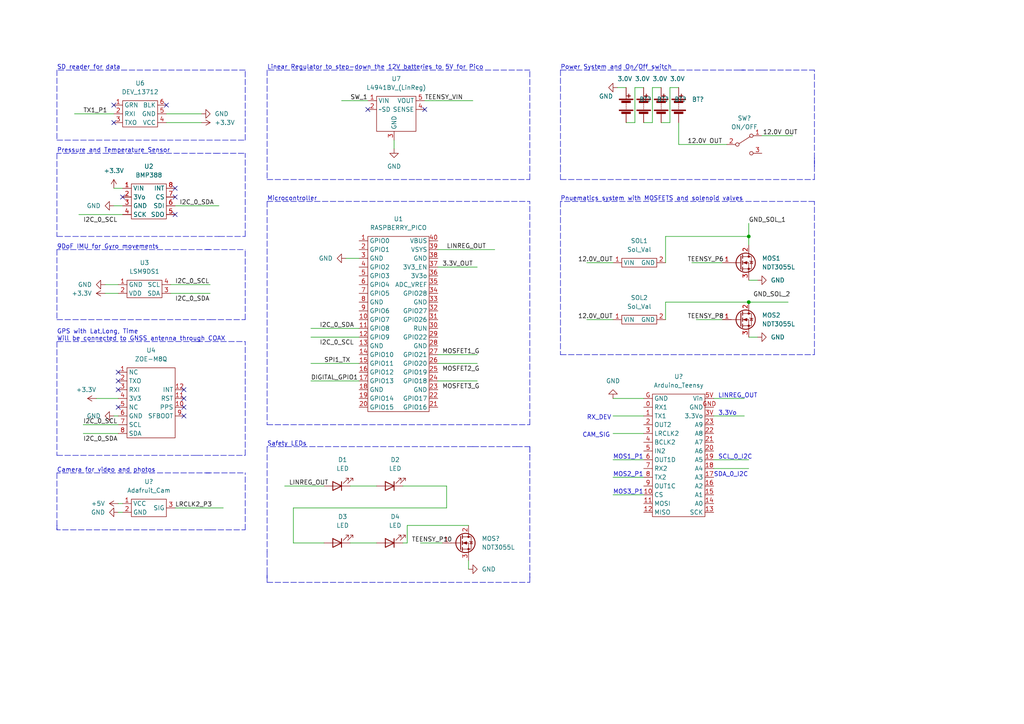
<source format=kicad_sch>
(kicad_sch (version 20211123) (generator eeschema)

  (uuid 3ac7ecba-33cd-45f6-a83c-52c0138f9703)

  (paper "A4")

  (lib_symbols
    (symbol "AdaFruit Library:BMP388" (in_bom yes) (on_board yes)
      (property "Reference" "U" (id 0) (at 0 6.35 0)
        (effects (font (size 1.27 1.27)))
      )
      (property "Value" "BMP388" (id 1) (at 0 -6.35 0)
        (effects (font (size 1.27 1.27)))
      )
      (property "Footprint" "" (id 2) (at -1.27 -1.27 0)
        (effects (font (size 1.27 1.27)) hide)
      )
      (property "Datasheet" "" (id 3) (at -1.27 -1.27 0)
        (effects (font (size 1.27 1.27)) hide)
      )
      (symbol "BMP388_0_1"
        (rectangle (start -5.08 5.08) (end 5.08 -5.08)
          (stroke (width 0) (type default) (color 0 0 0 0))
          (fill (type none))
        )
      )
      (symbol "BMP388_1_1"
        (pin input line (at -7.62 3.81 0) (length 2.54)
          (name "VIN" (effects (font (size 1.27 1.27))))
          (number "1" (effects (font (size 1.27 1.27))))
        )
        (pin input line (at -7.62 1.27 0) (length 2.54)
          (name "3Vo" (effects (font (size 1.27 1.27))))
          (number "2" (effects (font (size 1.27 1.27))))
        )
        (pin input line (at -7.62 -1.27 0) (length 2.54)
          (name "GND" (effects (font (size 1.27 1.27))))
          (number "3" (effects (font (size 1.27 1.27))))
        )
        (pin input line (at -7.62 -3.81 0) (length 2.54)
          (name "SCK" (effects (font (size 1.27 1.27))))
          (number "4" (effects (font (size 1.27 1.27))))
        )
        (pin input line (at 7.62 -3.81 180) (length 2.54)
          (name "SDO" (effects (font (size 1.27 1.27))))
          (number "5" (effects (font (size 1.27 1.27))))
        )
        (pin input line (at 7.62 -1.27 180) (length 2.54)
          (name "SDI" (effects (font (size 1.27 1.27))))
          (number "6" (effects (font (size 1.27 1.27))))
        )
        (pin input line (at 7.62 1.27 180) (length 2.54)
          (name "CS" (effects (font (size 1.27 1.27))))
          (number "7" (effects (font (size 1.27 1.27))))
        )
        (pin input line (at 7.62 3.81 180) (length 2.54)
          (name "INT" (effects (font (size 1.27 1.27))))
          (number "8" (effects (font (size 1.27 1.27))))
        )
      )
    )
    (symbol "AdaFruit Library:DEV_13712" (in_bom yes) (on_board yes)
      (property "Reference" "U" (id 0) (at 0 5.08 0)
        (effects (font (size 1.27 1.27)))
      )
      (property "Value" "DEV_13712" (id 1) (at 0 -5.08 0)
        (effects (font (size 1.27 1.27)))
      )
      (property "Footprint" "" (id 2) (at 0 0 0)
        (effects (font (size 1.27 1.27)) hide)
      )
      (property "Datasheet" "" (id 3) (at 0 0 0)
        (effects (font (size 1.27 1.27)) hide)
      )
      (symbol "DEV_13712_0_1"
        (rectangle (start -5.08 3.81) (end 5.08 -3.81)
          (stroke (width 0) (type default) (color 0 0 0 0))
          (fill (type none))
        )
      )
      (symbol "DEV_13712_1_1"
        (pin input line (at -7.62 2.54 0) (length 2.54)
          (name "GRN" (effects (font (size 1.27 1.27))))
          (number "1" (effects (font (size 1.27 1.27))))
        )
        (pin input line (at -7.62 0 0) (length 2.54)
          (name "RXI" (effects (font (size 1.27 1.27))))
          (number "2" (effects (font (size 1.27 1.27))))
        )
        (pin input line (at -7.62 -2.54 0) (length 2.54)
          (name "TXO" (effects (font (size 1.27 1.27))))
          (number "3" (effects (font (size 1.27 1.27))))
        )
        (pin input line (at 7.62 -2.54 180) (length 2.54)
          (name "VCC" (effects (font (size 1.27 1.27))))
          (number "4" (effects (font (size 1.27 1.27))))
        )
        (pin input line (at 7.62 0 180) (length 2.54)
          (name "GND" (effects (font (size 1.27 1.27))))
          (number "5" (effects (font (size 1.27 1.27))))
        )
        (pin input line (at 7.62 2.54 180) (length 2.54)
          (name "BLK" (effects (font (size 1.27 1.27))))
          (number "6" (effects (font (size 1.27 1.27))))
        )
      )
    )
    (symbol "AdaFruit Library:LP3856_(LinReg)" (in_bom yes) (on_board yes)
      (property "Reference" "U" (id 0) (at -1.27 6.35 0)
        (effects (font (size 1.27 1.27)))
      )
      (property "Value" "LP3856_(LinReg)" (id 1) (at 8.89 -6.35 0)
        (effects (font (size 1.27 1.27)))
      )
      (property "Footprint" "" (id 2) (at 0 2.54 0)
        (effects (font (size 1.27 1.27)) hide)
      )
      (property "Datasheet" "" (id 3) (at 0 2.54 0)
        (effects (font (size 1.27 1.27)) hide)
      )
      (symbol "LP3856_(LinReg)_0_1"
        (rectangle (start -5.08 5.08) (end 6.35 -5.08)
          (stroke (width 0) (type default) (color 0 0 0 0))
          (fill (type none))
        )
      )
      (symbol "LP3856_(LinReg)_1_1"
        (pin input line (at -7.62 3.81 0) (length 2.54)
          (name "VIN" (effects (font (size 1.27 1.27))))
          (number "1" (effects (font (size 1.27 1.27))))
        )
        (pin input line (at -7.62 1.27 0) (length 2.54)
          (name "~SD" (effects (font (size 1.27 1.27))))
          (number "2" (effects (font (size 1.27 1.27))))
        )
        (pin input line (at 0 -7.62 90) (length 2.54)
          (name "GND" (effects (font (size 1.27 1.27))))
          (number "3" (effects (font (size 1.27 1.27))))
        )
        (pin input line (at 8.89 1.27 180) (length 2.54)
          (name "SENSE" (effects (font (size 1.27 1.27))))
          (number "4" (effects (font (size 1.27 1.27))))
        )
        (pin input line (at 8.89 3.81 180) (length 2.54)
          (name "VOUT" (effects (font (size 1.27 1.27))))
          (number "5" (effects (font (size 1.27 1.27))))
        )
      )
    )
    (symbol "AdaFruit Library:LSM9DS1" (in_bom yes) (on_board yes)
      (property "Reference" "U" (id 0) (at 0 5.08 0)
        (effects (font (size 1.27 1.27)))
      )
      (property "Value" "LSM9DS1" (id 1) (at 0 -2.54 0)
        (effects (font (size 1.27 1.27)))
      )
      (property "Footprint" "" (id 2) (at 0 0 0)
        (effects (font (size 1.27 1.27)) hide)
      )
      (property "Datasheet" "" (id 3) (at 0 0 0)
        (effects (font (size 1.27 1.27)) hide)
      )
      (symbol "LSM9DS1_0_1"
        (rectangle (start -5.08 3.81) (end 5.08 -1.27)
          (stroke (width 0) (type default) (color 0 0 0 0))
          (fill (type none))
        )
      )
      (symbol "LSM9DS1_1_1"
        (pin input line (at -7.62 2.54 0) (length 2.54)
          (name "GND" (effects (font (size 1.27 1.27))))
          (number "1" (effects (font (size 1.27 1.27))))
        )
        (pin input line (at -7.62 0 0) (length 2.54)
          (name "VDD" (effects (font (size 1.27 1.27))))
          (number "2" (effects (font (size 1.27 1.27))))
        )
        (pin input line (at 7.62 0 180) (length 2.54)
          (name "SDA" (effects (font (size 1.27 1.27))))
          (number "3" (effects (font (size 1.27 1.27))))
        )
        (pin input line (at 7.62 2.54 180) (length 2.54)
          (name "SCL" (effects (font (size 1.27 1.27))))
          (number "4" (effects (font (size 1.27 1.27))))
        )
      )
    )
    (symbol "AdaFruit Library:RASPBERRY_PICO" (in_bom yes) (on_board yes)
      (property "Reference" "U1" (id 0) (at 0 30.48 0)
        (effects (font (size 1.27 1.27)))
      )
      (property "Value" "RASPBERRY_PICO" (id 1) (at 0 27.94 0)
        (effects (font (size 1.27 1.27)))
      )
      (property "Footprint" "" (id 2) (at 1.27 12.7 0)
        (effects (font (size 1.27 1.27)) hide)
      )
      (property "Datasheet" "" (id 3) (at 1.27 12.7 0)
        (effects (font (size 1.27 1.27)) hide)
      )
      (symbol "RASPBERRY_PICO_0_1"
        (rectangle (start -8.89 25.4) (end 8.89 -25.4)
          (stroke (width 0) (type default) (color 0 0 0 0))
          (fill (type none))
        )
      )
      (symbol "RASPBERRY_PICO_1_1"
        (pin input line (at -11.43 24.13 0) (length 2.54)
          (name "GPIO0" (effects (font (size 1.27 1.27))))
          (number "1" (effects (font (size 1.27 1.27))))
        )
        (pin input line (at -11.43 1.27 0) (length 2.54)
          (name "GPIO7" (effects (font (size 1.27 1.27))))
          (number "10" (effects (font (size 1.27 1.27))))
        )
        (pin input line (at -11.43 -1.27 0) (length 2.54)
          (name "GPIO8" (effects (font (size 1.27 1.27))))
          (number "11" (effects (font (size 1.27 1.27))))
        )
        (pin input line (at -11.43 -3.81 0) (length 2.54)
          (name "GPIO9" (effects (font (size 1.27 1.27))))
          (number "12" (effects (font (size 1.27 1.27))))
        )
        (pin input line (at -11.43 -6.35 0) (length 2.54)
          (name "GND" (effects (font (size 1.27 1.27))))
          (number "13" (effects (font (size 1.27 1.27))))
        )
        (pin input line (at -11.43 -8.89 0) (length 2.54)
          (name "GPIO10" (effects (font (size 1.27 1.27))))
          (number "14" (effects (font (size 1.27 1.27))))
        )
        (pin input line (at -11.43 -11.43 0) (length 2.54)
          (name "GPIO11" (effects (font (size 1.27 1.27))))
          (number "15" (effects (font (size 1.27 1.27))))
        )
        (pin input line (at -11.43 -13.97 0) (length 2.54)
          (name "GPIO12" (effects (font (size 1.27 1.27))))
          (number "16" (effects (font (size 1.27 1.27))))
        )
        (pin input line (at -11.43 -16.51 0) (length 2.54)
          (name "GPIO13" (effects (font (size 1.27 1.27))))
          (number "17" (effects (font (size 1.27 1.27))))
        )
        (pin input line (at -11.43 -19.05 0) (length 2.54)
          (name "GND" (effects (font (size 1.27 1.27))))
          (number "18" (effects (font (size 1.27 1.27))))
        )
        (pin input line (at -11.43 -21.59 0) (length 2.54)
          (name "GPIO14" (effects (font (size 1.27 1.27))))
          (number "19" (effects (font (size 1.27 1.27))))
        )
        (pin input line (at -11.43 21.59 0) (length 2.54)
          (name "GPIO1" (effects (font (size 1.27 1.27))))
          (number "2" (effects (font (size 1.27 1.27))))
        )
        (pin input line (at -11.43 -24.13 0) (length 2.54)
          (name "GPIO15" (effects (font (size 1.27 1.27))))
          (number "20" (effects (font (size 1.27 1.27))))
        )
        (pin input line (at 11.43 -24.13 180) (length 2.54)
          (name "GPIO16" (effects (font (size 1.27 1.27))))
          (number "21" (effects (font (size 1.27 1.27))))
        )
        (pin input line (at 11.43 -21.59 180) (length 2.54)
          (name "GPIO17" (effects (font (size 1.27 1.27))))
          (number "22" (effects (font (size 1.27 1.27))))
        )
        (pin input line (at 11.43 -19.05 180) (length 2.54)
          (name "GND" (effects (font (size 1.27 1.27))))
          (number "23" (effects (font (size 1.27 1.27))))
        )
        (pin input line (at 11.43 -16.51 180) (length 2.54)
          (name "GPIO18" (effects (font (size 1.27 1.27))))
          (number "24" (effects (font (size 1.27 1.27))))
        )
        (pin input line (at 11.43 -13.97 180) (length 2.54)
          (name "GPIO19" (effects (font (size 1.27 1.27))))
          (number "25" (effects (font (size 1.27 1.27))))
        )
        (pin input line (at 11.43 -11.43 180) (length 2.54)
          (name "GPIO20" (effects (font (size 1.27 1.27))))
          (number "26" (effects (font (size 1.27 1.27))))
        )
        (pin input line (at 11.43 -8.89 180) (length 2.54)
          (name "GPIO21" (effects (font (size 1.27 1.27))))
          (number "27" (effects (font (size 1.27 1.27))))
        )
        (pin input line (at 11.43 -6.35 180) (length 2.54)
          (name "GND" (effects (font (size 1.27 1.27))))
          (number "28" (effects (font (size 1.27 1.27))))
        )
        (pin input line (at 11.43 -3.81 180) (length 2.54)
          (name "GPIO22" (effects (font (size 1.27 1.27))))
          (number "29" (effects (font (size 1.27 1.27))))
        )
        (pin input line (at -11.43 19.05 0) (length 2.54)
          (name "GND" (effects (font (size 1.27 1.27))))
          (number "3" (effects (font (size 1.27 1.27))))
        )
        (pin input line (at 11.43 -1.27 180) (length 2.54)
          (name "RUN" (effects (font (size 1.27 1.27))))
          (number "30" (effects (font (size 1.27 1.27))))
        )
        (pin input line (at 11.43 1.27 180) (length 2.54)
          (name "GPIO26" (effects (font (size 1.27 1.27))))
          (number "31" (effects (font (size 1.27 1.27))))
        )
        (pin input line (at 11.43 3.81 180) (length 2.54)
          (name "GPIO27" (effects (font (size 1.27 1.27))))
          (number "32" (effects (font (size 1.27 1.27))))
        )
        (pin input line (at 11.43 6.35 180) (length 2.54)
          (name "GND" (effects (font (size 1.27 1.27))))
          (number "33" (effects (font (size 1.27 1.27))))
        )
        (pin input line (at 11.43 8.89 180) (length 2.54)
          (name "GPIO28" (effects (font (size 1.27 1.27))))
          (number "34" (effects (font (size 1.27 1.27))))
        )
        (pin input line (at 11.43 11.43 180) (length 2.54)
          (name "ADC_VREF" (effects (font (size 1.27 1.27))))
          (number "35" (effects (font (size 1.27 1.27))))
        )
        (pin input line (at 11.43 13.97 180) (length 2.54)
          (name "3V3o" (effects (font (size 1.27 1.27))))
          (number "36" (effects (font (size 1.27 1.27))))
        )
        (pin input line (at 11.43 16.51 180) (length 2.54)
          (name "3V3_EN" (effects (font (size 1.27 1.27))))
          (number "37" (effects (font (size 1.27 1.27))))
        )
        (pin input line (at 11.43 19.05 180) (length 2.54)
          (name "GND" (effects (font (size 1.27 1.27))))
          (number "38" (effects (font (size 1.27 1.27))))
        )
        (pin input line (at 11.43 21.59 180) (length 2.54)
          (name "VSYS" (effects (font (size 1.27 1.27))))
          (number "39" (effects (font (size 1.27 1.27))))
        )
        (pin input line (at -11.43 16.51 0) (length 2.54)
          (name "GPIO2" (effects (font (size 1.27 1.27))))
          (number "4" (effects (font (size 1.27 1.27))))
        )
        (pin input line (at 11.43 24.13 180) (length 2.54)
          (name "VBUS" (effects (font (size 1.27 1.27))))
          (number "40" (effects (font (size 1.27 1.27))))
        )
        (pin input line (at -11.43 13.97 0) (length 2.54)
          (name "GPIO3" (effects (font (size 1.27 1.27))))
          (number "5" (effects (font (size 1.27 1.27))))
        )
        (pin input line (at -11.43 11.43 0) (length 2.54)
          (name "GPIO4" (effects (font (size 1.27 1.27))))
          (number "6" (effects (font (size 1.27 1.27))))
        )
        (pin input line (at -11.43 8.89 0) (length 2.54)
          (name "GPIO5" (effects (font (size 1.27 1.27))))
          (number "7" (effects (font (size 1.27 1.27))))
        )
        (pin input line (at -11.43 6.35 0) (length 2.54)
          (name "GND" (effects (font (size 1.27 1.27))))
          (number "8" (effects (font (size 1.27 1.27))))
        )
        (pin input line (at -11.43 3.81 0) (length 2.54)
          (name "GPIO6" (effects (font (size 1.27 1.27))))
          (number "9" (effects (font (size 1.27 1.27))))
        )
      )
    )
    (symbol "AdaFruit Library:Sol_Val" (in_bom yes) (on_board yes)
      (property "Reference" "U" (id 0) (at 0 2.54 0)
        (effects (font (size 1.27 1.27)))
      )
      (property "Value" "Sol_Val" (id 1) (at 0 -2.54 0)
        (effects (font (size 1.27 1.27)))
      )
      (property "Footprint" "" (id 2) (at 0 0 0)
        (effects (font (size 1.27 1.27)) hide)
      )
      (property "Datasheet" "" (id 3) (at 0 0 0)
        (effects (font (size 1.27 1.27)) hide)
      )
      (symbol "Sol_Val_0_1"
        (rectangle (start -5.08 1.27) (end 5.08 -1.27)
          (stroke (width 0) (type default) (color 0 0 0 0))
          (fill (type none))
        )
      )
      (symbol "Sol_Val_1_1"
        (pin input line (at -7.62 0 0) (length 2.54)
          (name "VIN" (effects (font (size 1.27 1.27))))
          (number "1" (effects (font (size 1.27 1.27))))
        )
        (pin input line (at 7.62 0 180) (length 2.54)
          (name "GND" (effects (font (size 1.27 1.27))))
          (number "2" (effects (font (size 1.27 1.27))))
        )
      )
    )
    (symbol "AdaFruit Library:ZOE-M8Q" (in_bom yes) (on_board yes)
      (property "Reference" "U" (id 0) (at -1.27 10.16 0)
        (effects (font (size 1.27 1.27)))
      )
      (property "Value" "ZOE-M8Q" (id 1) (at -1.27 -12.7 0)
        (effects (font (size 1.27 1.27)))
      )
      (property "Footprint" "" (id 2) (at 6.35 -1.27 0)
        (effects (font (size 1.27 1.27)) hide)
      )
      (property "Datasheet" "" (id 3) (at 6.35 -1.27 0)
        (effects (font (size 1.27 1.27)) hide)
      )
      (symbol "ZOE-M8Q_0_1"
        (rectangle (start -7.62 8.89) (end 6.35 -11.43)
          (stroke (width 0) (type default) (color 0 0 0 0))
          (fill (type none))
        )
      )
      (symbol "ZOE-M8Q_1_1"
        (pin input line (at -10.16 7.62 0) (length 2.54)
          (name "NC" (effects (font (size 1.27 1.27))))
          (number "1" (effects (font (size 1.27 1.27))))
        )
        (pin input line (at 8.89 -2.54 180) (length 2.54)
          (name "PPS" (effects (font (size 1.27 1.27))))
          (number "10" (effects (font (size 1.27 1.27))))
        )
        (pin input line (at 8.89 0 180) (length 2.54)
          (name "RST" (effects (font (size 1.27 1.27))))
          (number "11" (effects (font (size 1.27 1.27))))
        )
        (pin input line (at 8.89 2.54 180) (length 2.54)
          (name "INT" (effects (font (size 1.27 1.27))))
          (number "12" (effects (font (size 1.27 1.27))))
        )
        (pin input line (at -10.16 5.08 0) (length 2.54)
          (name "TXO" (effects (font (size 1.27 1.27))))
          (number "2" (effects (font (size 1.27 1.27))))
        )
        (pin input line (at -10.16 2.54 0) (length 2.54)
          (name "RXI" (effects (font (size 1.27 1.27))))
          (number "3" (effects (font (size 1.27 1.27))))
        )
        (pin input line (at -10.16 0 0) (length 2.54)
          (name "3V3" (effects (font (size 1.27 1.27))))
          (number "4" (effects (font (size 1.27 1.27))))
        )
        (pin input line (at -10.16 -2.54 0) (length 2.54)
          (name "NC" (effects (font (size 1.27 1.27))))
          (number "5" (effects (font (size 1.27 1.27))))
        )
        (pin input line (at -10.16 -5.08 0) (length 2.54)
          (name "GND" (effects (font (size 1.27 1.27))))
          (number "6" (effects (font (size 1.27 1.27))))
        )
        (pin input line (at -10.16 -7.62 0) (length 2.54)
          (name "SCL" (effects (font (size 1.27 1.27))))
          (number "7" (effects (font (size 1.27 1.27))))
        )
        (pin input line (at -10.16 -10.16 0) (length 2.54)
          (name "SDA" (effects (font (size 1.27 1.27))))
          (number "8" (effects (font (size 1.27 1.27))))
        )
        (pin input line (at 8.89 -5.08 180) (length 2.54)
          (name "SFBOOT" (effects (font (size 1.27 1.27))))
          (number "9" (effects (font (size 1.27 1.27))))
        )
      )
    )
    (symbol "Adafruit_Cam_1" (in_bom yes) (on_board yes)
      (property "Reference" "U" (id 0) (at 0 3.81 0)
        (effects (font (size 1.27 1.27)))
      )
      (property "Value" "Adafruit_Cam_1" (id 1) (at 0 -3.81 0)
        (effects (font (size 1.27 1.27)))
      )
      (property "Footprint" "" (id 2) (at -2.54 -1.27 0)
        (effects (font (size 1.27 1.27)) hide)
      )
      (property "Datasheet" "" (id 3) (at -2.54 -1.27 0)
        (effects (font (size 1.27 1.27)) hide)
      )
      (symbol "Adafruit_Cam_1_0_1"
        (rectangle (start -5.08 2.54) (end 5.08 -2.54)
          (stroke (width 0) (type default) (color 0 0 0 0))
          (fill (type none))
        )
      )
      (symbol "Adafruit_Cam_1_1_1"
        (pin input line (at -7.62 1.27 0) (length 2.54)
          (name "VCC" (effects (font (size 1.27 1.27))))
          (number "1" (effects (font (size 1.27 1.27))))
        )
        (pin input line (at -7.62 -1.27 0) (length 2.54)
          (name "GND" (effects (font (size 1.27 1.27))))
          (number "2" (effects (font (size 1.27 1.27))))
        )
        (pin input line (at 7.62 0 180) (length 2.54)
          (name "SIG" (effects (font (size 1.27 1.27))))
          (number "3" (effects (font (size 1.27 1.27))))
        )
      )
    )
    (symbol "Device:Battery" (pin_numbers hide) (pin_names (offset 0) hide) (in_bom yes) (on_board yes)
      (property "Reference" "BT" (id 0) (at 2.54 2.54 0)
        (effects (font (size 1.27 1.27)) (justify left))
      )
      (property "Value" "Battery" (id 1) (at 2.54 0 0)
        (effects (font (size 1.27 1.27)) (justify left))
      )
      (property "Footprint" "" (id 2) (at 0 1.524 90)
        (effects (font (size 1.27 1.27)) hide)
      )
      (property "Datasheet" "~" (id 3) (at 0 1.524 90)
        (effects (font (size 1.27 1.27)) hide)
      )
      (property "ki_keywords" "batt voltage-source cell" (id 4) (at 0 0 0)
        (effects (font (size 1.27 1.27)) hide)
      )
      (property "ki_description" "Multiple-cell battery" (id 5) (at 0 0 0)
        (effects (font (size 1.27 1.27)) hide)
      )
      (symbol "Battery_0_1"
        (rectangle (start -2.032 -1.397) (end 2.032 -1.651)
          (stroke (width 0) (type default) (color 0 0 0 0))
          (fill (type outline))
        )
        (rectangle (start -2.032 1.778) (end 2.032 1.524)
          (stroke (width 0) (type default) (color 0 0 0 0))
          (fill (type outline))
        )
        (rectangle (start -1.3208 -1.9812) (end 1.27 -2.4892)
          (stroke (width 0) (type default) (color 0 0 0 0))
          (fill (type outline))
        )
        (rectangle (start -1.3208 1.1938) (end 1.27 0.6858)
          (stroke (width 0) (type default) (color 0 0 0 0))
          (fill (type outline))
        )
        (polyline
          (pts
            (xy 0 -1.524)
            (xy 0 -1.27)
          )
          (stroke (width 0) (type default) (color 0 0 0 0))
          (fill (type none))
        )
        (polyline
          (pts
            (xy 0 -1.016)
            (xy 0 -0.762)
          )
          (stroke (width 0) (type default) (color 0 0 0 0))
          (fill (type none))
        )
        (polyline
          (pts
            (xy 0 -0.508)
            (xy 0 -0.254)
          )
          (stroke (width 0) (type default) (color 0 0 0 0))
          (fill (type none))
        )
        (polyline
          (pts
            (xy 0 0)
            (xy 0 0.254)
          )
          (stroke (width 0) (type default) (color 0 0 0 0))
          (fill (type none))
        )
        (polyline
          (pts
            (xy 0 0.508)
            (xy 0 0.762)
          )
          (stroke (width 0) (type default) (color 0 0 0 0))
          (fill (type none))
        )
        (polyline
          (pts
            (xy 0 1.778)
            (xy 0 2.54)
          )
          (stroke (width 0) (type default) (color 0 0 0 0))
          (fill (type none))
        )
        (polyline
          (pts
            (xy 0.254 2.667)
            (xy 1.27 2.667)
          )
          (stroke (width 0.254) (type default) (color 0 0 0 0))
          (fill (type none))
        )
        (polyline
          (pts
            (xy 0.762 3.175)
            (xy 0.762 2.159)
          )
          (stroke (width 0.254) (type default) (color 0 0 0 0))
          (fill (type none))
        )
      )
      (symbol "Battery_1_1"
        (pin passive line (at 0 5.08 270) (length 2.54)
          (name "+" (effects (font (size 1.27 1.27))))
          (number "1" (effects (font (size 1.27 1.27))))
        )
        (pin passive line (at 0 -5.08 90) (length 2.54)
          (name "-" (effects (font (size 1.27 1.27))))
          (number "2" (effects (font (size 1.27 1.27))))
        )
      )
    )
    (symbol "Device:LED" (pin_numbers hide) (pin_names (offset 1.016) hide) (in_bom yes) (on_board yes)
      (property "Reference" "D" (id 0) (at 0 2.54 0)
        (effects (font (size 1.27 1.27)))
      )
      (property "Value" "LED" (id 1) (at 0 -2.54 0)
        (effects (font (size 1.27 1.27)))
      )
      (property "Footprint" "" (id 2) (at 0 0 0)
        (effects (font (size 1.27 1.27)) hide)
      )
      (property "Datasheet" "~" (id 3) (at 0 0 0)
        (effects (font (size 1.27 1.27)) hide)
      )
      (property "ki_keywords" "LED diode" (id 4) (at 0 0 0)
        (effects (font (size 1.27 1.27)) hide)
      )
      (property "ki_description" "Light emitting diode" (id 5) (at 0 0 0)
        (effects (font (size 1.27 1.27)) hide)
      )
      (property "ki_fp_filters" "LED* LED_SMD:* LED_THT:*" (id 6) (at 0 0 0)
        (effects (font (size 1.27 1.27)) hide)
      )
      (symbol "LED_0_1"
        (polyline
          (pts
            (xy -1.27 -1.27)
            (xy -1.27 1.27)
          )
          (stroke (width 0.254) (type default) (color 0 0 0 0))
          (fill (type none))
        )
        (polyline
          (pts
            (xy -1.27 0)
            (xy 1.27 0)
          )
          (stroke (width 0) (type default) (color 0 0 0 0))
          (fill (type none))
        )
        (polyline
          (pts
            (xy 1.27 -1.27)
            (xy 1.27 1.27)
            (xy -1.27 0)
            (xy 1.27 -1.27)
          )
          (stroke (width 0.254) (type default) (color 0 0 0 0))
          (fill (type none))
        )
        (polyline
          (pts
            (xy -3.048 -0.762)
            (xy -4.572 -2.286)
            (xy -3.81 -2.286)
            (xy -4.572 -2.286)
            (xy -4.572 -1.524)
          )
          (stroke (width 0) (type default) (color 0 0 0 0))
          (fill (type none))
        )
        (polyline
          (pts
            (xy -1.778 -0.762)
            (xy -3.302 -2.286)
            (xy -2.54 -2.286)
            (xy -3.302 -2.286)
            (xy -3.302 -1.524)
          )
          (stroke (width 0) (type default) (color 0 0 0 0))
          (fill (type none))
        )
      )
      (symbol "LED_1_1"
        (pin passive line (at -3.81 0 0) (length 2.54)
          (name "K" (effects (font (size 1.27 1.27))))
          (number "1" (effects (font (size 1.27 1.27))))
        )
        (pin passive line (at 3.81 0 180) (length 2.54)
          (name "A" (effects (font (size 1.27 1.27))))
          (number "2" (effects (font (size 1.27 1.27))))
        )
      )
    )
    (symbol "MicroControllers:Arduino_Teensy" (in_bom yes) (on_board yes)
      (property "Reference" "U" (id 0) (at 0 -20.32 0)
        (effects (font (size 1.27 1.27)))
      )
      (property "Value" "Arduino_Teensy" (id 1) (at 0 19.05 0)
        (effects (font (size 1.27 1.27)))
      )
      (property "Footprint" "" (id 2) (at -5.08 13.97 0)
        (effects (font (size 1.27 1.27)) hide)
      )
      (property "Datasheet" "" (id 3) (at -5.08 13.97 0)
        (effects (font (size 1.27 1.27)) hide)
      )
      (symbol "Arduino_Teensy_0_1"
        (rectangle (start -7.62 16.51) (end 7.62 -19.05)
          (stroke (width 0) (type default) (color 0 0 0 0))
          (fill (type none))
        )
      )
      (symbol "Arduino_Teensy_1_1"
        (pin input line (at -10.16 12.7 0) (length 2.54)
          (name "RX1" (effects (font (size 1.27 1.27))))
          (number "0" (effects (font (size 1.27 1.27))))
        )
        (pin input line (at -10.16 10.16 0) (length 2.54)
          (name "TX1" (effects (font (size 1.27 1.27))))
          (number "1" (effects (font (size 1.27 1.27))))
        )
        (pin input line (at -10.16 -12.7 0) (length 2.54)
          (name "CS" (effects (font (size 1.27 1.27))))
          (number "10" (effects (font (size 1.27 1.27))))
        )
        (pin input line (at -10.16 -15.24 0) (length 2.54)
          (name "MOSI" (effects (font (size 1.27 1.27))))
          (number "11" (effects (font (size 1.27 1.27))))
        )
        (pin input line (at -10.16 -17.78 0) (length 2.54)
          (name "MISO" (effects (font (size 1.27 1.27))))
          (number "12" (effects (font (size 1.27 1.27))))
        )
        (pin input line (at 10.16 -17.78 180) (length 2.54)
          (name "SCK" (effects (font (size 1.27 1.27))))
          (number "13" (effects (font (size 1.27 1.27))))
        )
        (pin input line (at 10.16 -15.24 180) (length 2.54)
          (name "A0" (effects (font (size 1.27 1.27))))
          (number "14" (effects (font (size 1.27 1.27))))
        )
        (pin input line (at 10.16 -12.7 180) (length 2.54)
          (name "A1" (effects (font (size 1.27 1.27))))
          (number "15" (effects (font (size 1.27 1.27))))
        )
        (pin input line (at 10.16 -10.16 180) (length 2.54)
          (name "A2" (effects (font (size 1.27 1.27))))
          (number "16" (effects (font (size 1.27 1.27))))
        )
        (pin input line (at 10.16 -7.62 180) (length 2.54)
          (name "A3" (effects (font (size 1.27 1.27))))
          (number "17" (effects (font (size 1.27 1.27))))
        )
        (pin input line (at 10.16 -5.08 180) (length 2.54)
          (name "A4" (effects (font (size 1.27 1.27))))
          (number "18" (effects (font (size 1.27 1.27))))
        )
        (pin input line (at 10.16 -2.54 180) (length 2.54)
          (name "A5" (effects (font (size 1.27 1.27))))
          (number "19" (effects (font (size 1.27 1.27))))
        )
        (pin input line (at -10.16 7.62 0) (length 2.54)
          (name "OUT2" (effects (font (size 1.27 1.27))))
          (number "2" (effects (font (size 1.27 1.27))))
        )
        (pin input line (at 10.16 0 180) (length 2.54)
          (name "A6" (effects (font (size 1.27 1.27))))
          (number "20" (effects (font (size 1.27 1.27))))
        )
        (pin input line (at 10.16 2.54 180) (length 2.54)
          (name "A7" (effects (font (size 1.27 1.27))))
          (number "21" (effects (font (size 1.27 1.27))))
        )
        (pin input line (at 10.16 5.08 180) (length 2.54)
          (name "A8" (effects (font (size 1.27 1.27))))
          (number "22" (effects (font (size 1.27 1.27))))
        )
        (pin input line (at 10.16 7.62 180) (length 2.54)
          (name "A9" (effects (font (size 1.27 1.27))))
          (number "23" (effects (font (size 1.27 1.27))))
        )
        (pin input line (at -10.16 5.08 0) (length 2.54)
          (name "LRCLK2" (effects (font (size 1.27 1.27))))
          (number "3" (effects (font (size 1.27 1.27))))
        )
        (pin input line (at 10.16 10.16 180) (length 2.54)
          (name "3.3Vo" (effects (font (size 1.27 1.27))))
          (number "3V" (effects (font (size 1.27 1.27))))
        )
        (pin input line (at -10.16 2.54 0) (length 2.54)
          (name "BCLK2" (effects (font (size 1.27 1.27))))
          (number "4" (effects (font (size 1.27 1.27))))
        )
        (pin input line (at -10.16 0 0) (length 2.54)
          (name "IN2" (effects (font (size 1.27 1.27))))
          (number "5" (effects (font (size 1.27 1.27))))
        )
        (pin input line (at 10.16 15.24 180) (length 2.54)
          (name "Vin" (effects (font (size 1.27 1.27))))
          (number "5V" (effects (font (size 1.27 1.27))))
        )
        (pin input line (at -10.16 -2.54 0) (length 2.54)
          (name "OUT1D" (effects (font (size 1.27 1.27))))
          (number "6" (effects (font (size 1.27 1.27))))
        )
        (pin input line (at -10.16 -5.08 0) (length 2.54)
          (name "RX2" (effects (font (size 1.27 1.27))))
          (number "7" (effects (font (size 1.27 1.27))))
        )
        (pin input line (at -10.16 -7.62 0) (length 2.54)
          (name "TX2" (effects (font (size 1.27 1.27))))
          (number "8" (effects (font (size 1.27 1.27))))
        )
        (pin input line (at -10.16 -10.16 0) (length 2.54)
          (name "OUT1C" (effects (font (size 1.27 1.27))))
          (number "9" (effects (font (size 1.27 1.27))))
        )
        (pin input line (at -10.16 15.24 0) (length 2.54)
          (name "GND" (effects (font (size 1.27 1.27))))
          (number "G" (effects (font (size 1.27 1.27))))
        )
        (pin input line (at 10.16 12.7 180) (length 2.54)
          (name "GND" (effects (font (size 1.27 1.27))))
          (number "GND" (effects (font (size 1.27 1.27))))
        )
      )
    )
    (symbol "Switch:SW_SPDT" (pin_names (offset 0) hide) (in_bom yes) (on_board yes)
      (property "Reference" "SW" (id 0) (at 0 4.318 0)
        (effects (font (size 1.27 1.27)))
      )
      (property "Value" "SW_SPDT" (id 1) (at 0 -5.08 0)
        (effects (font (size 1.27 1.27)))
      )
      (property "Footprint" "" (id 2) (at 0 0 0)
        (effects (font (size 1.27 1.27)) hide)
      )
      (property "Datasheet" "~" (id 3) (at 0 0 0)
        (effects (font (size 1.27 1.27)) hide)
      )
      (property "ki_keywords" "switch single-pole double-throw spdt ON-ON" (id 4) (at 0 0 0)
        (effects (font (size 1.27 1.27)) hide)
      )
      (property "ki_description" "Switch, single pole double throw" (id 5) (at 0 0 0)
        (effects (font (size 1.27 1.27)) hide)
      )
      (symbol "SW_SPDT_0_0"
        (circle (center -2.032 0) (radius 0.508)
          (stroke (width 0) (type default) (color 0 0 0 0))
          (fill (type none))
        )
        (circle (center 2.032 -2.54) (radius 0.508)
          (stroke (width 0) (type default) (color 0 0 0 0))
          (fill (type none))
        )
      )
      (symbol "SW_SPDT_0_1"
        (polyline
          (pts
            (xy -1.524 0.254)
            (xy 1.651 2.286)
          )
          (stroke (width 0) (type default) (color 0 0 0 0))
          (fill (type none))
        )
        (circle (center 2.032 2.54) (radius 0.508)
          (stroke (width 0) (type default) (color 0 0 0 0))
          (fill (type none))
        )
      )
      (symbol "SW_SPDT_1_1"
        (pin passive line (at 5.08 2.54 180) (length 2.54)
          (name "A" (effects (font (size 1.27 1.27))))
          (number "1" (effects (font (size 1.27 1.27))))
        )
        (pin passive line (at -5.08 0 0) (length 2.54)
          (name "B" (effects (font (size 1.27 1.27))))
          (number "2" (effects (font (size 1.27 1.27))))
        )
        (pin passive line (at 5.08 -2.54 180) (length 2.54)
          (name "C" (effects (font (size 1.27 1.27))))
          (number "3" (effects (font (size 1.27 1.27))))
        )
      )
    )
    (symbol "Transistor_FET:NDT3055L" (pin_names hide) (in_bom yes) (on_board yes)
      (property "Reference" "Q" (id 0) (at 5.08 1.905 0)
        (effects (font (size 1.27 1.27)) (justify left))
      )
      (property "Value" "NDT3055L" (id 1) (at 5.08 0 0)
        (effects (font (size 1.27 1.27)) (justify left))
      )
      (property "Footprint" "Package_TO_SOT_SMD:SOT-223-3_TabPin2" (id 2) (at 5.08 -3.81 0)
        (effects (font (size 1.27 1.27)) (justify left) hide)
      )
      (property "Datasheet" "https://www.onsemi.com/pdf/datasheet/ndt3055l-d.pdf" (id 3) (at 5.08 5.08 0)
        (effects (font (size 1.27 1.27)) (justify left) hide)
      )
      (property "ki_keywords" "n channel fet" (id 4) (at 0 0 0)
        (effects (font (size 1.27 1.27)) hide)
      )
      (property "ki_description" "4A Id, 60V Vds, N-Channel Logic Level Enhancement Mode MOSFET, SOT-223" (id 5) (at 0 0 0)
        (effects (font (size 1.27 1.27)) hide)
      )
      (property "ki_fp_filters" "SOT?223*" (id 6) (at 0 0 0)
        (effects (font (size 1.27 1.27)) hide)
      )
      (symbol "NDT3055L_0_1"
        (polyline
          (pts
            (xy 0.254 0)
            (xy -2.54 0)
          )
          (stroke (width 0) (type default) (color 0 0 0 0))
          (fill (type none))
        )
        (polyline
          (pts
            (xy 0.254 1.905)
            (xy 0.254 -1.905)
          )
          (stroke (width 0.254) (type default) (color 0 0 0 0))
          (fill (type none))
        )
        (polyline
          (pts
            (xy 0.762 -1.27)
            (xy 0.762 -2.286)
          )
          (stroke (width 0.254) (type default) (color 0 0 0 0))
          (fill (type none))
        )
        (polyline
          (pts
            (xy 0.762 0.508)
            (xy 0.762 -0.508)
          )
          (stroke (width 0.254) (type default) (color 0 0 0 0))
          (fill (type none))
        )
        (polyline
          (pts
            (xy 0.762 2.286)
            (xy 0.762 1.27)
          )
          (stroke (width 0.254) (type default) (color 0 0 0 0))
          (fill (type none))
        )
        (polyline
          (pts
            (xy 2.54 2.54)
            (xy 2.54 1.778)
          )
          (stroke (width 0) (type default) (color 0 0 0 0))
          (fill (type none))
        )
        (polyline
          (pts
            (xy 2.54 -2.54)
            (xy 2.54 0)
            (xy 0.762 0)
          )
          (stroke (width 0) (type default) (color 0 0 0 0))
          (fill (type none))
        )
        (polyline
          (pts
            (xy 0.762 -1.778)
            (xy 3.302 -1.778)
            (xy 3.302 1.778)
            (xy 0.762 1.778)
          )
          (stroke (width 0) (type default) (color 0 0 0 0))
          (fill (type none))
        )
        (polyline
          (pts
            (xy 1.016 0)
            (xy 2.032 0.381)
            (xy 2.032 -0.381)
            (xy 1.016 0)
          )
          (stroke (width 0) (type default) (color 0 0 0 0))
          (fill (type outline))
        )
        (polyline
          (pts
            (xy 2.794 0.508)
            (xy 2.921 0.381)
            (xy 3.683 0.381)
            (xy 3.81 0.254)
          )
          (stroke (width 0) (type default) (color 0 0 0 0))
          (fill (type none))
        )
        (polyline
          (pts
            (xy 3.302 0.381)
            (xy 2.921 -0.254)
            (xy 3.683 -0.254)
            (xy 3.302 0.381)
          )
          (stroke (width 0) (type default) (color 0 0 0 0))
          (fill (type none))
        )
        (circle (center 1.651 0) (radius 2.794)
          (stroke (width 0.254) (type default) (color 0 0 0 0))
          (fill (type none))
        )
        (circle (center 2.54 -1.778) (radius 0.254)
          (stroke (width 0) (type default) (color 0 0 0 0))
          (fill (type outline))
        )
        (circle (center 2.54 1.778) (radius 0.254)
          (stroke (width 0) (type default) (color 0 0 0 0))
          (fill (type outline))
        )
      )
      (symbol "NDT3055L_1_1"
        (pin input line (at -5.08 0 0) (length 2.54)
          (name "G" (effects (font (size 1.27 1.27))))
          (number "1" (effects (font (size 1.27 1.27))))
        )
        (pin passive line (at 2.54 5.08 270) (length 2.54)
          (name "D" (effects (font (size 1.27 1.27))))
          (number "2" (effects (font (size 1.27 1.27))))
        )
        (pin passive line (at 2.54 -5.08 90) (length 2.54)
          (name "S" (effects (font (size 1.27 1.27))))
          (number "3" (effects (font (size 1.27 1.27))))
        )
      )
    )
    (symbol "power:+3.3V" (power) (pin_names (offset 0)) (in_bom yes) (on_board yes)
      (property "Reference" "#PWR" (id 0) (at 0 -3.81 0)
        (effects (font (size 1.27 1.27)) hide)
      )
      (property "Value" "+3.3V" (id 1) (at 0 3.556 0)
        (effects (font (size 1.27 1.27)))
      )
      (property "Footprint" "" (id 2) (at 0 0 0)
        (effects (font (size 1.27 1.27)) hide)
      )
      (property "Datasheet" "" (id 3) (at 0 0 0)
        (effects (font (size 1.27 1.27)) hide)
      )
      (property "ki_keywords" "power-flag" (id 4) (at 0 0 0)
        (effects (font (size 1.27 1.27)) hide)
      )
      (property "ki_description" "Power symbol creates a global label with name \"+3.3V\"" (id 5) (at 0 0 0)
        (effects (font (size 1.27 1.27)) hide)
      )
      (symbol "+3.3V_0_1"
        (polyline
          (pts
            (xy -0.762 1.27)
            (xy 0 2.54)
          )
          (stroke (width 0) (type default) (color 0 0 0 0))
          (fill (type none))
        )
        (polyline
          (pts
            (xy 0 0)
            (xy 0 2.54)
          )
          (stroke (width 0) (type default) (color 0 0 0 0))
          (fill (type none))
        )
        (polyline
          (pts
            (xy 0 2.54)
            (xy 0.762 1.27)
          )
          (stroke (width 0) (type default) (color 0 0 0 0))
          (fill (type none))
        )
      )
      (symbol "+3.3V_1_1"
        (pin power_in line (at 0 0 90) (length 0) hide
          (name "+3.3V" (effects (font (size 1.27 1.27))))
          (number "1" (effects (font (size 1.27 1.27))))
        )
      )
    )
    (symbol "power:+5V" (power) (pin_names (offset 0)) (in_bom yes) (on_board yes)
      (property "Reference" "#PWR" (id 0) (at 0 -3.81 0)
        (effects (font (size 1.27 1.27)) hide)
      )
      (property "Value" "+5V" (id 1) (at 0 3.556 0)
        (effects (font (size 1.27 1.27)))
      )
      (property "Footprint" "" (id 2) (at 0 0 0)
        (effects (font (size 1.27 1.27)) hide)
      )
      (property "Datasheet" "" (id 3) (at 0 0 0)
        (effects (font (size 1.27 1.27)) hide)
      )
      (property "ki_keywords" "power-flag" (id 4) (at 0 0 0)
        (effects (font (size 1.27 1.27)) hide)
      )
      (property "ki_description" "Power symbol creates a global label with name \"+5V\"" (id 5) (at 0 0 0)
        (effects (font (size 1.27 1.27)) hide)
      )
      (symbol "+5V_0_1"
        (polyline
          (pts
            (xy -0.762 1.27)
            (xy 0 2.54)
          )
          (stroke (width 0) (type default) (color 0 0 0 0))
          (fill (type none))
        )
        (polyline
          (pts
            (xy 0 0)
            (xy 0 2.54)
          )
          (stroke (width 0) (type default) (color 0 0 0 0))
          (fill (type none))
        )
        (polyline
          (pts
            (xy 0 2.54)
            (xy 0.762 1.27)
          )
          (stroke (width 0) (type default) (color 0 0 0 0))
          (fill (type none))
        )
      )
      (symbol "+5V_1_1"
        (pin power_in line (at 0 0 90) (length 0) hide
          (name "+5V" (effects (font (size 1.27 1.27))))
          (number "1" (effects (font (size 1.27 1.27))))
        )
      )
    )
    (symbol "power:GND" (power) (pin_names (offset 0)) (in_bom yes) (on_board yes)
      (property "Reference" "#PWR" (id 0) (at 0 -6.35 0)
        (effects (font (size 1.27 1.27)) hide)
      )
      (property "Value" "GND" (id 1) (at 0 -3.81 0)
        (effects (font (size 1.27 1.27)))
      )
      (property "Footprint" "" (id 2) (at 0 0 0)
        (effects (font (size 1.27 1.27)) hide)
      )
      (property "Datasheet" "" (id 3) (at 0 0 0)
        (effects (font (size 1.27 1.27)) hide)
      )
      (property "ki_keywords" "power-flag" (id 4) (at 0 0 0)
        (effects (font (size 1.27 1.27)) hide)
      )
      (property "ki_description" "Power symbol creates a global label with name \"GND\" , ground" (id 5) (at 0 0 0)
        (effects (font (size 1.27 1.27)) hide)
      )
      (symbol "GND_0_1"
        (polyline
          (pts
            (xy 0 0)
            (xy 0 -1.27)
            (xy 1.27 -1.27)
            (xy 0 -2.54)
            (xy -1.27 -1.27)
            (xy 0 -1.27)
          )
          (stroke (width 0) (type default) (color 0 0 0 0))
          (fill (type none))
        )
      )
      (symbol "GND_1_1"
        (pin power_in line (at 0 0 270) (length 0) hide
          (name "GND" (effects (font (size 1.27 1.27))))
          (number "1" (effects (font (size 1.27 1.27))))
        )
      )
    )
  )

  (junction (at 217.17 87.63) (diameter 0) (color 0 0 0 0)
    (uuid c13d8d5e-e419-4500-b27e-9a02276999a8)
  )
  (junction (at 217.17 68.58) (diameter 0) (color 0 0 0 0)
    (uuid cb977a36-a18e-4ea9-b645-6959f6bce2d9)
  )

  (no_connect (at 48.26 30.48) (uuid 192d4127-504f-4bec-bdf8-48d7d4b1e987))
  (no_connect (at 53.34 118.11) (uuid 43bc5173-0387-429a-94e4-8e51a5e82c73))
  (no_connect (at 53.34 115.57) (uuid 43bc5173-0387-429a-94e4-8e51a5e82c74))
  (no_connect (at 34.29 118.11) (uuid 43bc5173-0387-429a-94e4-8e51a5e82c75))
  (no_connect (at 33.02 30.48) (uuid 68c2434a-9e22-4320-b8ac-ea383491d3f2))
  (no_connect (at 123.19 31.75) (uuid 7b38a248-9f0d-4323-a1e2-41e09e33a975))
  (no_connect (at 106.68 31.75) (uuid 7b38a248-9f0d-4323-a1e2-41e09e33a976))
  (no_connect (at 53.34 113.03) (uuid 8cfbaec4-3de8-4910-9883-4f1ec8242251))
  (no_connect (at 34.29 113.03) (uuid 8cfbaec4-3de8-4910-9883-4f1ec8242253))
  (no_connect (at 34.29 110.49) (uuid 8cfbaec4-3de8-4910-9883-4f1ec8242254))
  (no_connect (at 34.29 107.95) (uuid 8cfbaec4-3de8-4910-9883-4f1ec8242255))
  (no_connect (at 50.8 62.23) (uuid 8ed90f24-80e5-468c-8c90-de7b65f40231))
  (no_connect (at 53.34 120.65) (uuid 8fc603fa-49cb-4125-a9de-4944e09e8d72))
  (no_connect (at 35.56 57.15) (uuid dd0edbc0-71f9-4ab2-93a3-a2b1940e794f))
  (no_connect (at 50.8 54.61) (uuid dd0edbc0-71f9-4ab2-93a3-a2b1940e7950))
  (no_connect (at 50.8 57.15) (uuid dd0edbc0-71f9-4ab2-93a3-a2b1940e7951))
  (no_connect (at 33.02 35.56) (uuid fdc45858-c112-42e4-89b0-5b5ee9bab6f8))

  (wire (pts (xy 129.54 140.97) (xy 129.54 147.32))
    (stroke (width 0) (type default) (color 0 0 0 0))
    (uuid 00597554-279f-4da8-a015-e0f3261596fd)
  )
  (wire (pts (xy 22.86 62.23) (xy 35.56 62.23))
    (stroke (width 0) (type default) (color 0 0 0 0))
    (uuid 00acdb69-701b-4fb2-8907-c97d06e01817)
  )
  (polyline (pts (xy 63.5 44.45) (xy 16.51 44.45))
    (stroke (width 0) (type default) (color 0 0 0 0))
    (uuid 01479cc7-7b44-44b0-97ac-31230a0edc28)
  )

  (wire (pts (xy 85.09 157.48) (xy 93.98 157.48))
    (stroke (width 0) (type default) (color 0 0 0 0))
    (uuid 045e3313-a172-4a63-ab17-77660b39db47)
  )
  (polyline (pts (xy 153.67 123.19) (xy 153.67 58.42))
    (stroke (width 0) (type default) (color 0 0 0 0))
    (uuid 0588528e-62a6-4542-aedb-e503c03baac3)
  )
  (polyline (pts (xy 162.56 58.42) (xy 162.56 102.87))
    (stroke (width 0) (type default) (color 0 0 0 0))
    (uuid 0722c140-4ad6-4346-93f3-238ac7edb2c4)
  )

  (wire (pts (xy 217.17 64.77) (xy 217.17 68.58))
    (stroke (width 0) (type default) (color 0 0 0 0))
    (uuid 0978ad21-22cc-4e64-9bc4-345b4dbcb923)
  )
  (wire (pts (xy 200.66 76.2) (xy 209.55 76.2))
    (stroke (width 0) (type default) (color 0 0 0 0))
    (uuid 0987880c-5b50-438a-b153-7b0e143ab01a)
  )
  (polyline (pts (xy 220.98 20.32) (xy 236.22 20.32))
    (stroke (width 0) (type default) (color 0 0 0 0))
    (uuid 0a3e5b5c-815d-4f52-a991-6e0e8aba316e)
  )
  (polyline (pts (xy 162.56 52.07) (xy 236.22 52.07))
    (stroke (width 0) (type default) (color 0 0 0 0))
    (uuid 0ab52388-01c7-4d2b-b2ad-c1d15750416a)
  )

  (wire (pts (xy 177.8 138.43) (xy 186.69 138.43))
    (stroke (width 0) (type default) (color 0 0 0 0))
    (uuid 0b849b87-e253-43d9-b4b3-b72944c953c8)
  )
  (wire (pts (xy 196.85 41.91) (xy 210.82 41.91))
    (stroke (width 0) (type default) (color 0 0 0 0))
    (uuid 0bff144b-b36f-4a15-8f62-5fdc97ec0fa1)
  )
  (wire (pts (xy 99.06 29.21) (xy 106.68 29.21))
    (stroke (width 0) (type default) (color 0 0 0 0))
    (uuid 14ef51be-8090-4051-ac1f-919d50690588)
  )
  (wire (pts (xy 189.23 35.56) (xy 189.23 25.4))
    (stroke (width 0) (type default) (color 0 0 0 0))
    (uuid 17caf416-6683-4606-8b9f-6552882e19e0)
  )
  (polyline (pts (xy 16.51 40.64) (xy 71.12 40.64))
    (stroke (width 0) (type default) (color 0 0 0 0))
    (uuid 19e6fb35-ed70-4453-9c94-2faf80097617)
  )

  (wire (pts (xy 24.13 125.73) (xy 34.29 125.73))
    (stroke (width 0) (type default) (color 0 0 0 0))
    (uuid 1a29ac92-112d-4aa4-81a6-347049f00109)
  )
  (polyline (pts (xy 162.56 48.26) (xy 162.56 52.07))
    (stroke (width 0) (type default) (color 0 0 0 0))
    (uuid 1ca9c755-226e-4deb-848a-e774df9666f5)
  )
  (polyline (pts (xy 16.51 137.16) (xy 16.51 153.67))
    (stroke (width 0) (type default) (color 0 0 0 0))
    (uuid 1d29fc1d-035b-46f7-956c-c5afd84d4b0b)
  )
  (polyline (pts (xy 60.96 153.67) (xy 71.12 153.67))
    (stroke (width 0) (type default) (color 0 0 0 0))
    (uuid 1d65aed1-f7a6-4d33-974d-a3032706cc39)
  )
  (polyline (pts (xy 77.47 129.54) (xy 77.47 160.02))
    (stroke (width 0) (type default) (color 0 0 0 0))
    (uuid 1f661ee0-2de1-492b-bef8-fc6ff3a751db)
  )

  (wire (pts (xy 82.55 140.97) (xy 93.98 140.97))
    (stroke (width 0) (type default) (color 0 0 0 0))
    (uuid 21a18897-95ac-4410-936e-7e2e13b95b8b)
  )
  (wire (pts (xy 85.09 147.32) (xy 85.09 157.48))
    (stroke (width 0) (type default) (color 0 0 0 0))
    (uuid 22b19603-10a9-4505-a24b-ba2b3f013308)
  )
  (wire (pts (xy 27.94 115.57) (xy 34.29 115.57))
    (stroke (width 0) (type default) (color 0 0 0 0))
    (uuid 247a30b2-749c-4310-bec2-eb86c68347e7)
  )
  (polyline (pts (xy 62.23 44.45) (xy 71.12 44.45))
    (stroke (width 0) (type default) (color 0 0 0 0))
    (uuid 28f47d70-d7cd-4bac-8594-39ea2bafdeb9)
  )

  (wire (pts (xy 118.11 157.48) (xy 118.11 152.4))
    (stroke (width 0) (type default) (color 0 0 0 0))
    (uuid 295ca442-3c82-4f5c-9814-7cd0b1422a64)
  )
  (wire (pts (xy 135.89 162.56) (xy 135.89 165.1))
    (stroke (width 0) (type default) (color 0 0 0 0))
    (uuid 2b37275a-3e26-42bb-a25c-7ee06cfcfcf2)
  )
  (polyline (pts (xy 236.22 52.07) (xy 236.22 45.72))
    (stroke (width 0) (type default) (color 0 0 0 0))
    (uuid 3062dfd8-0247-4a6d-afa5-fc3b7bd07304)
  )
  (polyline (pts (xy 16.51 132.08) (xy 57.15 132.08))
    (stroke (width 0) (type default) (color 0 0 0 0))
    (uuid 330b7302-bebf-4b9c-a5a6-ae3f77b2ea86)
  )

  (wire (pts (xy 48.26 33.02) (xy 58.42 33.02))
    (stroke (width 0) (type default) (color 0 0 0 0))
    (uuid 347c1902-e21d-40cb-838d-69ef2fa17209)
  )
  (polyline (pts (xy 16.51 99.06) (xy 16.51 132.08))
    (stroke (width 0) (type default) (color 0 0 0 0))
    (uuid 367518d5-3805-473e-90f5-fba233b9f23d)
  )
  (polyline (pts (xy 162.56 102.87) (xy 236.22 102.87))
    (stroke (width 0) (type default) (color 0 0 0 0))
    (uuid 390a8e7d-74bb-4e8f-a245-0a315763bb09)
  )

  (wire (pts (xy 114.3 40.64) (xy 114.3 43.18))
    (stroke (width 0) (type default) (color 0 0 0 0))
    (uuid 392b9d87-0153-40fa-976e-5ca39a299c62)
  )
  (wire (pts (xy 177.8 133.35) (xy 186.69 133.35))
    (stroke (width 0) (type default) (color 0 0 0 0))
    (uuid 39426142-e7e6-4a47-b26f-f2ceb163d29e)
  )
  (wire (pts (xy 90.17 110.49) (xy 104.14 110.49))
    (stroke (width 0) (type default) (color 0 0 0 0))
    (uuid 3a293c21-535a-4ced-9dd2-63661c692591)
  )
  (wire (pts (xy 207.01 133.35) (xy 217.17 133.35))
    (stroke (width 0) (type default) (color 0 0 0 0))
    (uuid 3b45eb3c-fb28-45b1-89c8-ff64ebd20b6f)
  )
  (polyline (pts (xy 71.12 40.64) (xy 71.12 20.32))
    (stroke (width 0) (type default) (color 0 0 0 0))
    (uuid 3e84a468-5388-4832-890f-25c3d9e876de)
  )

  (wire (pts (xy 184.15 25.4) (xy 186.69 25.4))
    (stroke (width 0) (type default) (color 0 0 0 0))
    (uuid 4029f538-954c-4e73-877f-dba411a8555c)
  )
  (wire (pts (xy 170.18 76.2) (xy 177.8 76.2))
    (stroke (width 0) (type default) (color 0 0 0 0))
    (uuid 45abcbe2-874d-4f8f-a10c-cdb30abe0a7e)
  )
  (wire (pts (xy 30.48 85.09) (xy 34.29 85.09))
    (stroke (width 0) (type default) (color 0 0 0 0))
    (uuid 46da631c-3f4f-4f89-b280-29d81eb33887)
  )
  (wire (pts (xy 194.31 25.4) (xy 196.85 25.4))
    (stroke (width 0) (type default) (color 0 0 0 0))
    (uuid 480bddde-86ae-42ff-8c6f-76632351da27)
  )
  (wire (pts (xy 181.61 35.56) (xy 184.15 35.56))
    (stroke (width 0) (type default) (color 0 0 0 0))
    (uuid 4b9f737b-2cfc-44ac-9106-d6bbab14b922)
  )
  (wire (pts (xy 179.07 25.4) (xy 181.61 25.4))
    (stroke (width 0) (type default) (color 0 0 0 0))
    (uuid 4bf49ae8-ce79-46e0-a00e-32621ce964ac)
  )
  (wire (pts (xy 186.69 35.56) (xy 189.23 35.56))
    (stroke (width 0) (type default) (color 0 0 0 0))
    (uuid 4c16ef65-6254-4121-9ec8-ec057e0f3bb8)
  )
  (polyline (pts (xy 153.67 52.07) (xy 153.67 20.32))
    (stroke (width 0) (type default) (color 0 0 0 0))
    (uuid 4d8bca77-43ce-4ae2-84d8-527f15cd4f66)
  )

  (wire (pts (xy 90.17 95.25) (xy 104.14 95.25))
    (stroke (width 0) (type default) (color 0 0 0 0))
    (uuid 4ec8f128-991d-49c1-9fb0-07eaa4b62db2)
  )
  (wire (pts (xy 33.02 54.61) (xy 35.56 54.61))
    (stroke (width 0) (type default) (color 0 0 0 0))
    (uuid 51850338-debb-4389-919b-a25abf860c09)
  )
  (wire (pts (xy 49.53 85.09) (xy 60.96 85.09))
    (stroke (width 0) (type default) (color 0 0 0 0))
    (uuid 574d8d7f-742b-44a6-8353-63f29a37646c)
  )
  (wire (pts (xy 220.98 39.37) (xy 229.87 39.37))
    (stroke (width 0) (type default) (color 0 0 0 0))
    (uuid 59934c86-069f-4220-ba17-27c091065b96)
  )
  (polyline (pts (xy 137.16 129.54) (xy 149.86 129.54))
    (stroke (width 0) (type default) (color 0 0 0 0))
    (uuid 5a4101cb-6b72-40ad-808d-d9b977c87c04)
  )

  (wire (pts (xy 90.17 105.41) (xy 104.14 105.41))
    (stroke (width 0) (type default) (color 0 0 0 0))
    (uuid 5f124671-517e-4b57-a0b9-e999c8bd1a11)
  )
  (wire (pts (xy 30.48 82.55) (xy 34.29 82.55))
    (stroke (width 0) (type default) (color 0 0 0 0))
    (uuid 5f4fa8ce-1b65-48d8-9c82-28e88b842b20)
  )
  (wire (pts (xy 170.18 92.71) (xy 177.8 92.71))
    (stroke (width 0) (type default) (color 0 0 0 0))
    (uuid 5fa55274-e75c-4363-9604-835e58f9c12c)
  )
  (wire (pts (xy 184.15 35.56) (xy 184.15 25.4))
    (stroke (width 0) (type default) (color 0 0 0 0))
    (uuid 5fdb8d4d-a02e-4892-b2cc-eefea24f30aa)
  )
  (wire (pts (xy 217.17 97.79) (xy 219.71 97.79))
    (stroke (width 0) (type default) (color 0 0 0 0))
    (uuid 60fa2e42-3b27-46bd-95b3-e90bf79586a9)
  )
  (polyline (pts (xy 16.51 153.67) (xy 16.51 152.4))
    (stroke (width 0) (type default) (color 0 0 0 0))
    (uuid 62b5276b-e99b-4a83-94f2-0ddb067c52c2)
  )

  (wire (pts (xy 118.11 152.4) (xy 135.89 152.4))
    (stroke (width 0) (type default) (color 0 0 0 0))
    (uuid 63a4eb62-a19c-4342-a42e-e8ccb89ab3df)
  )
  (wire (pts (xy 193.04 92.71) (xy 193.04 87.63))
    (stroke (width 0) (type default) (color 0 0 0 0))
    (uuid 63cad41d-f8c0-4fbc-92f4-9eac010266ea)
  )
  (wire (pts (xy 207.01 120.65) (xy 215.9 120.65))
    (stroke (width 0) (type default) (color 0 0 0 0))
    (uuid 677137bc-08b9-4bf3-b223-eee559ec56c4)
  )
  (wire (pts (xy 217.17 68.58) (xy 217.17 71.12))
    (stroke (width 0) (type default) (color 0 0 0 0))
    (uuid 6a5d05d7-17f0-4919-ace3-4579d808c76d)
  )
  (polyline (pts (xy 120.65 52.07) (xy 153.67 52.07))
    (stroke (width 0) (type default) (color 0 0 0 0))
    (uuid 6b4e7166-184c-4e49-a9b9-58caef3dc8c0)
  )

  (wire (pts (xy 34.29 148.59) (xy 35.56 148.59))
    (stroke (width 0) (type default) (color 0 0 0 0))
    (uuid 6b850912-504c-4ce2-b969-72f8a29e7ec1)
  )
  (polyline (pts (xy 162.56 20.32) (xy 162.56 48.26))
    (stroke (width 0) (type default) (color 0 0 0 0))
    (uuid 6b9997fa-69c6-4517-a9af-0c222ef3fcaf)
  )
  (polyline (pts (xy 77.47 168.91) (xy 77.47 167.64))
    (stroke (width 0) (type default) (color 0 0 0 0))
    (uuid 7152d4c4-52bc-4f71-8a5d-ffa0d1ce8bd5)
  )

  (wire (pts (xy 196.85 35.56) (xy 196.85 41.91))
    (stroke (width 0) (type default) (color 0 0 0 0))
    (uuid 71f35cfe-3456-4597-9644-be1f0c27af45)
  )
  (wire (pts (xy 34.29 120.65) (xy 33.02 120.65))
    (stroke (width 0) (type default) (color 0 0 0 0))
    (uuid 7262fd8b-a776-4231-80ec-09ef010b68a4)
  )
  (wire (pts (xy 177.8 143.51) (xy 186.69 143.51))
    (stroke (width 0) (type default) (color 0 0 0 0))
    (uuid 77f8c1b2-6748-4252-bc22-5f7967f930f9)
  )
  (polyline (pts (xy 16.51 20.32) (xy 16.51 40.64))
    (stroke (width 0) (type default) (color 0 0 0 0))
    (uuid 793755ed-27a6-4521-a483-755f0b402802)
  )

  (wire (pts (xy 121.92 157.48) (xy 128.27 157.48))
    (stroke (width 0) (type default) (color 0 0 0 0))
    (uuid 7b461a69-563f-4ef2-bd22-6243c86da82d)
  )
  (polyline (pts (xy 153.67 129.54) (xy 153.67 132.08))
    (stroke (width 0) (type default) (color 0 0 0 0))
    (uuid 7b7c7881-78a0-47f5-a2b1-f4c8ad69bfc0)
  )

  (wire (pts (xy 177.8 120.65) (xy 186.69 120.65))
    (stroke (width 0) (type default) (color 0 0 0 0))
    (uuid 7d553c6d-c298-47d3-99e3-b2e33c3eb7b9)
  )
  (polyline (pts (xy 71.12 92.71) (xy 71.12 72.39))
    (stroke (width 0) (type default) (color 0 0 0 0))
    (uuid 7df8ddbc-c814-48bc-89d3-0db78e8d9492)
  )
  (polyline (pts (xy 16.51 92.71) (xy 60.96 92.71))
    (stroke (width 0) (type default) (color 0 0 0 0))
    (uuid 83544fdf-aa09-4026-8c6d-edf24e634741)
  )
  (polyline (pts (xy 77.47 58.42) (xy 77.47 123.19))
    (stroke (width 0) (type default) (color 0 0 0 0))
    (uuid 8508c73c-a4ae-4a4a-adb6-705762aa019e)
  )

  (wire (pts (xy 127 72.39) (xy 143.51 72.39))
    (stroke (width 0) (type default) (color 0 0 0 0))
    (uuid 857d3c59-1bc6-4e65-ae84-1e10110f07c0)
  )
  (wire (pts (xy 217.17 87.63) (xy 228.6 87.63))
    (stroke (width 0) (type default) (color 0 0 0 0))
    (uuid 86e5d08d-4e4b-488e-a082-7c94cdb647fe)
  )
  (polyline (pts (xy 60.96 92.71) (xy 71.12 92.71))
    (stroke (width 0) (type default) (color 0 0 0 0))
    (uuid 897615f5-cc7f-4602-b489-2bdccf01d929)
  )

  (wire (pts (xy 193.04 68.58) (xy 217.17 68.58))
    (stroke (width 0) (type default) (color 0 0 0 0))
    (uuid 89780f5b-fd31-4bc3-aa07-3e72c86bb2fd)
  )
  (polyline (pts (xy 77.47 160.02) (xy 77.47 167.64))
    (stroke (width 0) (type default) (color 0 0 0 0))
    (uuid 89d8f70e-2712-4c17-92d3-cb4823a40937)
  )

  (wire (pts (xy 177.8 125.73) (xy 186.69 125.73))
    (stroke (width 0) (type default) (color 0 0 0 0))
    (uuid 8bd40901-f8f7-4ab0-857e-038959f669a2)
  )
  (polyline (pts (xy 236.22 48.26) (xy 236.22 20.32))
    (stroke (width 0) (type default) (color 0 0 0 0))
    (uuid 8cc2dab0-2d4c-4bf3-98e7-a336fe253ad1)
  )

  (wire (pts (xy 177.8 115.57) (xy 186.69 115.57))
    (stroke (width 0) (type default) (color 0 0 0 0))
    (uuid 8cfa36b2-8bed-49d0-8856-977570dbcfe6)
  )
  (wire (pts (xy 193.04 76.2) (xy 193.04 68.58))
    (stroke (width 0) (type default) (color 0 0 0 0))
    (uuid 8e2aa3a0-1255-44b9-93a2-202ab6671a16)
  )
  (polyline (pts (xy 153.67 168.91) (xy 153.67 166.37))
    (stroke (width 0) (type default) (color 0 0 0 0))
    (uuid 8ecd0750-91a0-4be0-add2-af2c663af706)
  )
  (polyline (pts (xy 57.15 132.08) (xy 71.12 132.08))
    (stroke (width 0) (type default) (color 0 0 0 0))
    (uuid 8f36c485-39f5-4878-b36f-e3ac79d3802d)
  )
  (polyline (pts (xy 60.96 137.16) (xy 16.51 137.16))
    (stroke (width 0) (type default) (color 0 0 0 0))
    (uuid 9243407b-0b6b-4d06-b382-9b6660a9274a)
  )

  (wire (pts (xy 21.59 33.02) (xy 33.02 33.02))
    (stroke (width 0) (type default) (color 0 0 0 0))
    (uuid 9551556e-a49e-4a08-9c0f-b2dc533b0f5f)
  )
  (polyline (pts (xy 63.5 68.58) (xy 71.12 68.58))
    (stroke (width 0) (type default) (color 0 0 0 0))
    (uuid 971329d8-3176-4d7e-9ddd-756f3e8f252a)
  )

  (wire (pts (xy 34.29 146.05) (xy 35.56 146.05))
    (stroke (width 0) (type default) (color 0 0 0 0))
    (uuid 99d1b6cc-ba48-45be-bdd7-d3b90119ecc2)
  )
  (wire (pts (xy 194.31 35.56) (xy 194.31 25.4))
    (stroke (width 0) (type default) (color 0 0 0 0))
    (uuid 9a08e520-2f6e-4279-955f-c16ffe524d16)
  )
  (wire (pts (xy 33.02 59.69) (xy 35.56 59.69))
    (stroke (width 0) (type default) (color 0 0 0 0))
    (uuid 9c4d5efd-f41b-45f5-9696-9537bfe5af3c)
  )
  (polyline (pts (xy 60.96 72.39) (xy 16.51 72.39))
    (stroke (width 0) (type default) (color 0 0 0 0))
    (uuid 9d1fe6a8-8491-4b28-90ae-55a79e2f9be1)
  )

  (wire (pts (xy 123.19 29.21) (xy 137.16 29.21))
    (stroke (width 0) (type default) (color 0 0 0 0))
    (uuid 9d81bb52-0aed-43a0-8892-d7d0a2ec093f)
  )
  (polyline (pts (xy 77.47 20.32) (xy 77.47 52.07))
    (stroke (width 0) (type default) (color 0 0 0 0))
    (uuid 9f5aff00-f16e-4f08-89c7-f893f3d7ecb6)
  )

  (wire (pts (xy 207.01 115.57) (xy 215.9 115.57))
    (stroke (width 0) (type default) (color 0 0 0 0))
    (uuid a08e4a58-199a-46b6-b95c-ac784a7130ae)
  )
  (wire (pts (xy 116.84 157.48) (xy 118.11 157.48))
    (stroke (width 0) (type default) (color 0 0 0 0))
    (uuid a1989036-e65d-4dfa-a5e1-e49c38c65765)
  )
  (polyline (pts (xy 162.56 20.32) (xy 215.9 20.32))
    (stroke (width 0) (type default) (color 0 0 0 0))
    (uuid a24f189b-5754-440d-b932-9292983f69ac)
  )

  (wire (pts (xy 201.93 92.71) (xy 209.55 92.71))
    (stroke (width 0) (type default) (color 0 0 0 0))
    (uuid a4374b6a-1d6a-41a2-9b14-224c0198592c)
  )
  (wire (pts (xy 101.6 157.48) (xy 109.22 157.48))
    (stroke (width 0) (type default) (color 0 0 0 0))
    (uuid a7b67c0d-204c-4087-82fc-ae1565af030e)
  )
  (polyline (pts (xy 16.51 44.45) (xy 16.51 68.58))
    (stroke (width 0) (type default) (color 0 0 0 0))
    (uuid a845fad6-70be-4543-b4f2-67f17285893c)
  )
  (polyline (pts (xy 16.51 72.39) (xy 16.51 92.71))
    (stroke (width 0) (type default) (color 0 0 0 0))
    (uuid a88e5eda-bdad-44f7-8149-63a5afe6381b)
  )
  (polyline (pts (xy 77.47 168.91) (xy 153.67 168.91))
    (stroke (width 0) (type default) (color 0 0 0 0))
    (uuid ab6ae9cf-3c8c-4560-b245-d584eca43793)
  )
  (polyline (pts (xy 120.65 20.32) (xy 77.47 20.32))
    (stroke (width 0) (type default) (color 0 0 0 0))
    (uuid aca449f0-7889-438a-b3ec-5c9bb566ec5a)
  )
  (polyline (pts (xy 115.57 20.32) (xy 153.67 20.32))
    (stroke (width 0) (type default) (color 0 0 0 0))
    (uuid b02d196e-8b9c-4b67-a542-077b81b5fe42)
  )

  (wire (pts (xy 101.6 140.97) (xy 109.22 140.97))
    (stroke (width 0) (type default) (color 0 0 0 0))
    (uuid b168c08b-942f-42c9-9331-636b1b52cc49)
  )
  (wire (pts (xy 189.23 25.4) (xy 191.77 25.4))
    (stroke (width 0) (type default) (color 0 0 0 0))
    (uuid b21da7ab-9fc9-46d9-a5e8-92dc1ac889ec)
  )
  (polyline (pts (xy 149.86 129.54) (xy 153.67 129.54))
    (stroke (width 0) (type default) (color 0 0 0 0))
    (uuid b4b81882-41df-41b9-ae71-273746066b9b)
  )

  (wire (pts (xy 127 105.41) (xy 138.43 105.41))
    (stroke (width 0) (type default) (color 0 0 0 0))
    (uuid b5a56196-4725-4419-a4d8-9440848ed8d2)
  )
  (polyline (pts (xy 236.22 102.87) (xy 236.22 58.42))
    (stroke (width 0) (type default) (color 0 0 0 0))
    (uuid b7db336a-2490-4b24-a408-29500744e6a6)
  )

  (wire (pts (xy 207.01 135.89) (xy 217.17 135.89))
    (stroke (width 0) (type default) (color 0 0 0 0))
    (uuid b924dd33-0175-4a38-afc8-3c87117a71ea)
  )
  (polyline (pts (xy 71.12 68.58) (xy 71.12 44.45))
    (stroke (width 0) (type default) (color 0 0 0 0))
    (uuid bbef73ad-2999-455e-a142-a778b583d22b)
  )

  (wire (pts (xy 48.26 35.56) (xy 58.42 35.56))
    (stroke (width 0) (type default) (color 0 0 0 0))
    (uuid c1d51f2f-1312-4568-b8da-f140b12ee82e)
  )
  (polyline (pts (xy 236.22 58.42) (xy 162.56 58.42))
    (stroke (width 0) (type default) (color 0 0 0 0))
    (uuid c2715407-e87e-4e7b-8a42-a351c162bd44)
  )

  (wire (pts (xy 50.8 59.69) (xy 63.5 59.69))
    (stroke (width 0) (type default) (color 0 0 0 0))
    (uuid c7caf81a-4745-42a1-bfb9-f9d20b56f4c2)
  )
  (wire (pts (xy 90.17 97.79) (xy 104.14 97.79))
    (stroke (width 0) (type default) (color 0 0 0 0))
    (uuid c9414d91-9c0d-4bf2-93cf-23748d7524e1)
  )
  (wire (pts (xy 217.17 81.28) (xy 219.71 81.28))
    (stroke (width 0) (type default) (color 0 0 0 0))
    (uuid cadc4420-1994-452c-9d0a-ae12fd4c411b)
  )
  (polyline (pts (xy 153.67 129.54) (xy 153.67 167.64))
    (stroke (width 0) (type default) (color 0 0 0 0))
    (uuid caecb022-f634-4854-a7b8-5dd1b13d283d)
  )

  (wire (pts (xy 49.53 82.55) (xy 60.96 82.55))
    (stroke (width 0) (type default) (color 0 0 0 0))
    (uuid cb9ab0dc-e2e5-41ef-966c-99be613969a6)
  )
  (wire (pts (xy 100.33 74.93) (xy 104.14 74.93))
    (stroke (width 0) (type default) (color 0 0 0 0))
    (uuid cccc6e14-e244-4b92-a9ed-68c45d9b0f29)
  )
  (polyline (pts (xy 57.15 99.06) (xy 71.12 99.06))
    (stroke (width 0) (type default) (color 0 0 0 0))
    (uuid cd0b3a69-46c5-47c6-811a-ed05f16ac262)
  )
  (polyline (pts (xy 60.96 153.67) (xy 16.51 153.67))
    (stroke (width 0) (type default) (color 0 0 0 0))
    (uuid cdb9d428-8876-4ff6-8649-8d5753c84574)
  )

  (wire (pts (xy 127 77.47) (xy 138.43 77.47))
    (stroke (width 0) (type default) (color 0 0 0 0))
    (uuid cf430164-5607-443d-a076-8362309d61b3)
  )
  (wire (pts (xy 191.77 35.56) (xy 194.31 35.56))
    (stroke (width 0) (type default) (color 0 0 0 0))
    (uuid d3480fa6-4594-49f2-91f0-333996d46606)
  )
  (polyline (pts (xy 214.63 20.32) (xy 220.98 20.32))
    (stroke (width 0) (type default) (color 0 0 0 0))
    (uuid d46e18da-79d1-477f-9ab4-51b488e684e9)
  )

  (wire (pts (xy 127 102.87) (xy 138.43 102.87))
    (stroke (width 0) (type default) (color 0 0 0 0))
    (uuid d61a6434-58e4-49f1-b27d-6b48fffd1ff0)
  )
  (polyline (pts (xy 77.47 123.19) (xy 153.67 123.19))
    (stroke (width 0) (type default) (color 0 0 0 0))
    (uuid d6b4d4dc-94fe-4d81-baab-db8d8bf8f8d4)
  )
  (polyline (pts (xy 77.47 52.07) (xy 120.65 52.07))
    (stroke (width 0) (type default) (color 0 0 0 0))
    (uuid d6ffc14d-0387-4c11-b9ad-3a2259355a6c)
  )
  (polyline (pts (xy 57.15 99.06) (xy 16.51 99.06))
    (stroke (width 0) (type default) (color 0 0 0 0))
    (uuid d8342312-1f92-4428-b5fb-164f29bd5e6b)
  )

  (wire (pts (xy 193.04 87.63) (xy 217.17 87.63))
    (stroke (width 0) (type default) (color 0 0 0 0))
    (uuid dc2a41a5-9c91-43c7-9630-126b2b1aeed7)
  )
  (polyline (pts (xy 77.47 58.42) (xy 153.67 58.42))
    (stroke (width 0) (type default) (color 0 0 0 0))
    (uuid de1de909-2820-4d89-b412-e94e00e51e54)
  )
  (polyline (pts (xy 71.12 20.32) (xy 16.51 20.32))
    (stroke (width 0) (type default) (color 0 0 0 0))
    (uuid de902254-7a57-4bb1-a307-7c82839923fc)
  )

  (wire (pts (xy 127 110.49) (xy 138.43 110.49))
    (stroke (width 0) (type default) (color 0 0 0 0))
    (uuid df838cfc-d002-41a3-ba83-dadafd26d807)
  )
  (wire (pts (xy 129.54 147.32) (xy 85.09 147.32))
    (stroke (width 0) (type default) (color 0 0 0 0))
    (uuid e025f90e-3493-465f-a0c0-6a6e57e7f4e7)
  )
  (wire (pts (xy 24.13 123.19) (xy 34.29 123.19))
    (stroke (width 0) (type default) (color 0 0 0 0))
    (uuid e3cf0ebd-f64c-4c0c-b666-9189ad6feab8)
  )
  (wire (pts (xy 116.84 140.97) (xy 129.54 140.97))
    (stroke (width 0) (type default) (color 0 0 0 0))
    (uuid e543f9e9-c0d4-4d49-9460-462ae370b5b2)
  )
  (polyline (pts (xy 77.47 166.37) (xy 77.47 167.64))
    (stroke (width 0) (type default) (color 0 0 0 0))
    (uuid e5fbadba-2cad-4f9f-bb19-d890be1fc52d)
  )

  (wire (pts (xy 50.8 147.32) (xy 64.77 147.32))
    (stroke (width 0) (type default) (color 0 0 0 0))
    (uuid e807e3f7-3cfe-4694-a42f-a6b881304a3c)
  )
  (polyline (pts (xy 71.12 132.08) (xy 71.12 99.06))
    (stroke (width 0) (type default) (color 0 0 0 0))
    (uuid ea3a3ebf-bc2f-40e8-9367-2e8029530b72)
  )
  (polyline (pts (xy 137.16 129.54) (xy 77.47 129.54))
    (stroke (width 0) (type default) (color 0 0 0 0))
    (uuid ec8bcfa5-25d8-4257-b877-67c5b7a473b0)
  )
  (polyline (pts (xy 59.69 72.39) (xy 71.12 72.39))
    (stroke (width 0) (type default) (color 0 0 0 0))
    (uuid ecbaf282-6c3d-40ce-836a-b06cc1b25ea9)
  )
  (polyline (pts (xy 71.12 153.67) (xy 71.12 137.16))
    (stroke (width 0) (type default) (color 0 0 0 0))
    (uuid eddddf73-95ce-4e9e-8314-b3bfe577ac4f)
  )
  (polyline (pts (xy 16.51 68.58) (xy 63.5 68.58))
    (stroke (width 0) (type default) (color 0 0 0 0))
    (uuid fc8c5824-9936-4d45-845e-c4591e17b82b)
  )
  (polyline (pts (xy 59.69 137.16) (xy 71.12 137.16))
    (stroke (width 0) (type default) (color 0 0 0 0))
    (uuid fdf0657d-5a47-46d6-9bfc-4cdfe7906b35)
  )

  (text "9DoF IMU for Gyro movements" (at 16.51 72.39 0)
    (effects (font (size 1.27 1.27)) (justify left bottom))
    (uuid 10862cc6-a7bf-4233-913e-8026e53ff7f9)
  )
  (text "RX_DEV" (at 170.18 121.92 0)
    (effects (font (size 1.27 1.27)) (justify left bottom))
    (uuid 1a822477-ee13-4f00-a822-a0167ce7ffc6)
  )
  (text "MOS3_P1" (at 177.8 143.51 0)
    (effects (font (size 1.27 1.27)) (justify left bottom))
    (uuid 1c127c25-6412-4d22-aa14-14cbbe184aaa)
  )
  (text "MOS1_P1" (at 177.8 133.35 0)
    (effects (font (size 1.27 1.27)) (justify left bottom))
    (uuid 2d73bc8c-a425-4e0f-a75a-106a9d0afb0b)
  )
  (text "Power System and On/Off switch" (at 162.56 20.32 0)
    (effects (font (size 1.27 1.27)) (justify left bottom))
    (uuid 3a2a4ad0-c9da-4080-8170-c42f95229f88)
  )
  (text "Safety LEDs" (at 77.47 129.54 0)
    (effects (font (size 1.27 1.27)) (justify left bottom))
    (uuid 3f361497-0284-492b-accf-44efeee08360)
  )
  (text "SCL_0_I2C" (at 208.28 133.35 0)
    (effects (font (size 1.27 1.27)) (justify left bottom))
    (uuid 51acdcf6-33ae-41e7-9177-b6163f5411df)
  )
  (text "CAM_SIG" (at 168.91 127 0)
    (effects (font (size 1.27 1.27)) (justify left bottom))
    (uuid 6fd27b63-ac76-460f-9229-7d0d4a5facd6)
  )
  (text "Linear Regulator to step-down the 12V batteries to 5V for Pico\n"
    (at 77.47 20.32 0)
    (effects (font (size 1.27 1.27)) (justify left bottom))
    (uuid 713260ca-79da-429a-8b3d-3a3a6e756eb1)
  )
  (text "GPS with Lat,Long, Time\nWill be connected to GNSS antenna through COAX"
    (at 16.51 99.06 0)
    (effects (font (size 1.27 1.27)) (justify left bottom))
    (uuid 7958d641-0f62-4ac4-bd8f-176930e26ceb)
  )
  (text "3.3Vo" (at 208.28 120.65 0)
    (effects (font (size 1.27 1.27)) (justify left bottom))
    (uuid 7d77b35d-5f87-46a5-a61a-b3f5a673cf80)
  )
  (text "MOS2_P1" (at 177.8 138.43 0)
    (effects (font (size 1.27 1.27)) (justify left bottom))
    (uuid 8292b1c4-3865-403b-8bc9-58377cfdafb7)
  )
  (text "LINREG_OUT" (at 208.28 115.57 0)
    (effects (font (size 1.27 1.27)) (justify left bottom))
    (uuid 84984312-0481-43db-9ac9-781a07476d55)
  )
  (text "SD reader for data" (at 16.51 20.32 0)
    (effects (font (size 1.27 1.27)) (justify left bottom))
    (uuid 91a99305-b4bb-4b8d-9d6e-e41ea6d28737)
  )
  (text "Camera for video and photos" (at 16.51 137.16 0)
    (effects (font (size 1.27 1.27)) (justify left bottom))
    (uuid ce9eb638-a996-4934-a9df-f659c218fcfa)
  )
  (text "Pnuematics system with MOSFETS and solenoid valves\n"
    (at 162.56 58.42 0)
    (effects (font (size 1.27 1.27)) (justify left bottom))
    (uuid d89bf575-6f54-4e23-a4e7-33b6e0887d67)
  )
  (text "Pressure and Temperature Sensor" (at 16.51 44.45 0)
    (effects (font (size 1.27 1.27)) (justify left bottom))
    (uuid e9dd08ce-e0cc-4f3a-91fe-33e79019b897)
  )
  (text "Microcontroller" (at 77.47 58.42 0)
    (effects (font (size 1.27 1.27)) (justify left bottom))
    (uuid ee769fcd-e980-4189-955c-0addabde282e)
  )
  (text "SDA_0_I2C" (at 207.01 138.43 0)
    (effects (font (size 1.27 1.27)) (justify left bottom))
    (uuid ef7eae89-cede-4f91-8257-52ca24db381c)
  )

  (label "I2C_0_SDA" (at 24.13 128.27 0)
    (effects (font (size 1.27 1.27)) (justify left bottom))
    (uuid 0aa1292a-b65a-4e40-9735-d8952071c050)
  )
  (label "I2C_0_SCL" (at 50.8 82.55 0)
    (effects (font (size 1.27 1.27)) (justify left bottom))
    (uuid 0b5ef9f7-badf-4452-bf96-b6f3401fd83a)
  )
  (label "I2C_0_SCL" (at 92.71 100.33 0)
    (effects (font (size 1.27 1.27)) (justify left bottom))
    (uuid 0d7817c0-59f2-48cf-819c-be6fe8e49b17)
  )
  (label "TEENSY_VIN" (at 123.19 29.21 0)
    (effects (font (size 1.27 1.27)) (justify left bottom))
    (uuid 0ddada38-7c0c-423b-bf7d-8677c3570a73)
  )
  (label "SPI1_TX" (at 93.98 105.41 0)
    (effects (font (size 1.27 1.27)) (justify left bottom))
    (uuid 0ddc77ea-3e4d-4136-b405-6d0036dedd76)
  )
  (label "12.0V OUT" (at 199.39 41.91 0)
    (effects (font (size 1.27 1.27)) (justify left bottom))
    (uuid 18448d3d-ed7c-4669-83a5-6306968bf9d1)
  )
  (label "3.3V_OUT" (at 128.27 77.47 0)
    (effects (font (size 1.27 1.27)) (justify left bottom))
    (uuid 18a315af-e5eb-4979-8b15-4ceda79bf5be)
  )
  (label "GND_SOL_2" (at 218.44 86.36 0)
    (effects (font (size 1.27 1.27)) (justify left bottom))
    (uuid 1adb831f-c3dd-4333-9660-22a8f2637512)
  )
  (label "I2C_0_SDA" (at 92.71 95.25 0)
    (effects (font (size 1.27 1.27)) (justify left bottom))
    (uuid 227565cd-340d-4dc1-8e83-27c522d8d69f)
  )
  (label "12.0V_OUT" (at 167.64 92.71 0)
    (effects (font (size 1.27 1.27)) (justify left bottom))
    (uuid 271e5f4e-38ec-4881-9874-6361d69e66b0)
  )
  (label "TX1_P1" (at 24.13 33.02 0)
    (effects (font (size 1.27 1.27)) (justify left bottom))
    (uuid 298f8d7a-32aa-4c89-9f55-3cf44d36452e)
  )
  (label "12.0V_OUT" (at 167.64 76.2 0)
    (effects (font (size 1.27 1.27)) (justify left bottom))
    (uuid 30217d36-1d79-4f8e-b088-96ba6e0da2a9)
  )
  (label "GND_SOL_1" (at 217.17 64.77 0)
    (effects (font (size 1.27 1.27)) (justify left bottom))
    (uuid 373dfa97-433b-4b03-9137-e76aa206b15f)
  )
  (label "LINREG_OUT" (at 83.82 140.97 0)
    (effects (font (size 1.27 1.27)) (justify left bottom))
    (uuid 4a30475c-c626-41d9-837b-851d75cab045)
  )
  (label "TEENSY_P8" (at 199.39 92.71 0)
    (effects (font (size 1.27 1.27)) (justify left bottom))
    (uuid 4d1b82a3-a8f2-45e7-9cf7-795173599e5a)
  )
  (label "SW_1" (at 101.6 29.21 0)
    (effects (font (size 1.27 1.27)) (justify left bottom))
    (uuid 6ef4365c-dd45-41b4-90dc-e5286030d148)
  )
  (label "LRCLK2_P3" (at 50.8 147.32 0)
    (effects (font (size 1.27 1.27)) (justify left bottom))
    (uuid 6fcb72fc-d69b-4013-bd07-c70a64a181d0)
  )
  (label "TEENSY_P6" (at 199.39 76.2 0)
    (effects (font (size 1.27 1.27)) (justify left bottom))
    (uuid 89975371-c1c5-4158-a84b-02c55cf93af9)
  )
  (label "MOSFET1_G" (at 128.27 102.87 0)
    (effects (font (size 1.27 1.27)) (justify left bottom))
    (uuid 8ed81807-1002-4711-8f24-e4c1db9e8906)
  )
  (label "TEENSY_P10" (at 119.38 157.48 0)
    (effects (font (size 1.27 1.27)) (justify left bottom))
    (uuid 9f6656d6-5bdc-4655-8c35-0aa4dd86cdb0)
  )
  (label "DIGITAL_GPIO1" (at 90.17 110.49 0)
    (effects (font (size 1.27 1.27)) (justify left bottom))
    (uuid ad8e1098-4f2e-4dcc-87eb-3f26bafa1152)
  )
  (label "I2C_0_SDA" (at 52.07 59.69 0)
    (effects (font (size 1.27 1.27)) (justify left bottom))
    (uuid b0f58fe2-d6ad-46dd-bfbc-0e8e53f36c65)
  )
  (label "LINREG_OUT" (at 129.54 72.39 0)
    (effects (font (size 1.27 1.27)) (justify left bottom))
    (uuid b914b5da-5cf0-4ad0-9413-49bee470225d)
  )
  (label "MOSFET2_G" (at 128.27 107.95 0)
    (effects (font (size 1.27 1.27)) (justify left bottom))
    (uuid bb6afb3f-85c5-42b5-9d2b-9f2916913170)
  )
  (label "I2C_0_SCL" (at 24.13 64.77 0)
    (effects (font (size 1.27 1.27)) (justify left bottom))
    (uuid df994f7e-604d-43bc-93d9-6db2c5409e20)
  )
  (label "I2C_0_SDA" (at 50.8 87.63 0)
    (effects (font (size 1.27 1.27)) (justify left bottom))
    (uuid e10037c7-89f3-4716-838c-f4925a1d53d3)
  )
  (label "MOSFET3_G" (at 128.27 113.03 0)
    (effects (font (size 1.27 1.27)) (justify left bottom))
    (uuid e7185566-0a71-4287-b541-983a95343864)
  )
  (label "12.0V OUT" (at 221.2405 39.37 0)
    (effects (font (size 1.27 1.27)) (justify left bottom))
    (uuid e7d390a4-8a48-4c0f-840d-aad600e48550)
  )
  (label "I2C_0_SCL" (at 24.13 123.19 0)
    (effects (font (size 1.27 1.27)) (justify left bottom))
    (uuid f99f6191-c7ed-4c27-a4e8-35245c65b924)
  )

  (symbol (lib_id "power:GND") (at 33.02 120.65 270) (unit 1)
    (in_bom yes) (on_board yes) (fields_autoplaced)
    (uuid 01fe2f25-e2b7-421a-a54a-bb6756fe3a86)
    (property "Reference" "#PWR?" (id 0) (at 26.67 120.65 0)
      (effects (font (size 1.27 1.27)) hide)
    )
    (property "Value" "GND" (id 1) (at 29.21 120.6499 90)
      (effects (font (size 1.27 1.27)) (justify right))
    )
    (property "Footprint" "" (id 2) (at 33.02 120.65 0)
      (effects (font (size 1.27 1.27)) hide)
    )
    (property "Datasheet" "" (id 3) (at 33.02 120.65 0)
      (effects (font (size 1.27 1.27)) hide)
    )
    (pin "1" (uuid f1e67423-d6fe-4b72-95c0-16dbe88a0299))
  )

  (symbol (lib_id "AdaFruit Library:LSM9DS1") (at 41.91 85.09 0) (unit 1)
    (in_bom yes) (on_board yes) (fields_autoplaced)
    (uuid 0b8e47c3-e8c4-4371-ba62-eea5bcfb7833)
    (property "Reference" "U3" (id 0) (at 41.91 76.2 0))
    (property "Value" "LSM9DS1" (id 1) (at 41.91 78.74 0))
    (property "Footprint" "" (id 2) (at 41.91 85.09 0)
      (effects (font (size 1.27 1.27)) hide)
    )
    (property "Datasheet" "" (id 3) (at 41.91 85.09 0)
      (effects (font (size 1.27 1.27)) hide)
    )
    (pin "1" (uuid 910e2bb9-23b3-4ea3-944f-479144ab1995))
    (pin "2" (uuid a2c8486f-3a4c-438c-97a9-afb674d7b7fe))
    (pin "3" (uuid 8b30fa1f-e56f-4ac9-8325-dc8437881ea7))
    (pin "4" (uuid 46d74aff-b531-4894-83d0-073c2ad0dc0f))
  )

  (symbol (lib_id "AdaFruit Library:LP3856_(LinReg)") (at 114.3 33.02 0) (unit 1)
    (in_bom yes) (on_board yes) (fields_autoplaced)
    (uuid 14559ecc-ae74-40c6-8bac-67f137f878ec)
    (property "Reference" "U7" (id 0) (at 114.935 22.86 0))
    (property "Value" "L4941BV_(LinReg)" (id 1) (at 114.935 25.4 0))
    (property "Footprint" "" (id 2) (at 114.3 30.48 0)
      (effects (font (size 1.27 1.27)) hide)
    )
    (property "Datasheet" "" (id 3) (at 114.3 30.48 0)
      (effects (font (size 1.27 1.27)) hide)
    )
    (pin "1" (uuid dd633f89-9179-40e6-a0fe-ae6179686435))
    (pin "2" (uuid 61d629f6-f1eb-4b94-bec6-27811330bcfa))
    (pin "3" (uuid 546221c8-79d1-432c-92ac-fce7793d3918))
    (pin "4" (uuid 03230ad1-8965-4c71-8e68-87a52e748804))
    (pin "5" (uuid a1af4139-c5b2-44a1-bcc7-b5426a32697f))
  )

  (symbol (lib_id "Device:LED") (at 113.03 157.48 180) (unit 1)
    (in_bom yes) (on_board yes) (fields_autoplaced)
    (uuid 1bd8bd68-cd15-4386-8416-6dceabbb207b)
    (property "Reference" "D4" (id 0) (at 114.6175 149.86 0))
    (property "Value" "LED" (id 1) (at 114.6175 152.4 0))
    (property "Footprint" "" (id 2) (at 113.03 157.48 0)
      (effects (font (size 1.27 1.27)) hide)
    )
    (property "Datasheet" "~" (id 3) (at 113.03 157.48 0)
      (effects (font (size 1.27 1.27)) hide)
    )
    (pin "1" (uuid c573bad8-c7dd-4496-90d8-a02de471f292))
    (pin "2" (uuid eb307886-4117-4559-b923-4aca8b2317a6))
  )

  (symbol (lib_id "AdaFruit Library:DEV_13712") (at 40.64 33.02 0) (unit 1)
    (in_bom yes) (on_board yes) (fields_autoplaced)
    (uuid 2a2f5517-6773-4936-918f-c27ed020552b)
    (property "Reference" "U6" (id 0) (at 40.64 24.13 0))
    (property "Value" "DEV_13712" (id 1) (at 40.64 26.67 0))
    (property "Footprint" "" (id 2) (at 40.64 33.02 0)
      (effects (font (size 1.27 1.27)) hide)
    )
    (property "Datasheet" "" (id 3) (at 40.64 33.02 0)
      (effects (font (size 1.27 1.27)) hide)
    )
    (pin "1" (uuid dee944e2-6f8a-49e2-8a80-b8bb6ddf1865))
    (pin "2" (uuid d09a1c11-9d2a-4cea-8bde-75dc2c9a4f53))
    (pin "3" (uuid ae598f7c-008e-4814-be5c-58c98b54603b))
    (pin "4" (uuid 290fecc5-8328-48ca-bb21-e03f748a28eb))
    (pin "5" (uuid c6129657-e9a7-4dc7-b484-2c1639be9053))
    (pin "6" (uuid 12c8aa5b-d20a-42d8-88df-1d17a7189413))
  )

  (symbol (lib_id "Device:Battery") (at 181.61 30.48 0) (unit 1)
    (in_bom yes) (on_board yes)
    (uuid 2c375f41-751c-4d65-8c6e-82a70b046344)
    (property "Reference" "BT?" (id 0) (at 185.42 28.8289 0)
      (effects (font (size 1.27 1.27)) (justify left))
    )
    (property "Value" "3.0V" (id 1) (at 179.07 22.86 0)
      (effects (font (size 1.27 1.27)) (justify left))
    )
    (property "Footprint" "" (id 2) (at 181.61 28.956 90)
      (effects (font (size 1.27 1.27)) hide)
    )
    (property "Datasheet" "~" (id 3) (at 181.61 28.956 90)
      (effects (font (size 1.27 1.27)) hide)
    )
    (pin "1" (uuid 772946ff-a557-4a72-b653-2d69f6934d4e))
    (pin "2" (uuid 49ea4048-3ac4-4200-8814-2cf0e4846ac3))
  )

  (symbol (lib_id "power:GND") (at 135.89 165.1 90) (unit 1)
    (in_bom yes) (on_board yes) (fields_autoplaced)
    (uuid 2c4d0a3c-b987-4c6e-891a-9481256ca3c3)
    (property "Reference" "#PWR?" (id 0) (at 142.24 165.1 0)
      (effects (font (size 1.27 1.27)) hide)
    )
    (property "Value" "GND" (id 1) (at 139.7 165.0999 90)
      (effects (font (size 1.27 1.27)) (justify right))
    )
    (property "Footprint" "" (id 2) (at 135.89 165.1 0)
      (effects (font (size 1.27 1.27)) hide)
    )
    (property "Datasheet" "" (id 3) (at 135.89 165.1 0)
      (effects (font (size 1.27 1.27)) hide)
    )
    (pin "1" (uuid e018b7a4-ba2c-4f73-a8c5-6bfe02db95c5))
  )

  (symbol (lib_id "power:+3.3V") (at 58.42 35.56 270) (unit 1)
    (in_bom yes) (on_board yes) (fields_autoplaced)
    (uuid 2d8ac162-dcf5-4a65-a661-4c89c9a6a09b)
    (property "Reference" "#PWR?" (id 0) (at 54.61 35.56 0)
      (effects (font (size 1.27 1.27)) hide)
    )
    (property "Value" "+3.3V" (id 1) (at 62.23 35.5599 90)
      (effects (font (size 1.27 1.27)) (justify left))
    )
    (property "Footprint" "" (id 2) (at 58.42 35.56 0)
      (effects (font (size 1.27 1.27)) hide)
    )
    (property "Datasheet" "" (id 3) (at 58.42 35.56 0)
      (effects (font (size 1.27 1.27)) hide)
    )
    (pin "1" (uuid acd533a4-b460-49ac-a3f0-7d8d13a47b6b))
  )

  (symbol (lib_id "power:GND") (at 33.02 59.69 270) (unit 1)
    (in_bom yes) (on_board yes) (fields_autoplaced)
    (uuid 3a029aa4-c445-41f3-b33e-9532e02542e7)
    (property "Reference" "#PWR?" (id 0) (at 26.67 59.69 0)
      (effects (font (size 1.27 1.27)) hide)
    )
    (property "Value" "GND" (id 1) (at 29.21 59.6899 90)
      (effects (font (size 1.27 1.27)) (justify right))
    )
    (property "Footprint" "" (id 2) (at 33.02 59.69 0)
      (effects (font (size 1.27 1.27)) hide)
    )
    (property "Datasheet" "" (id 3) (at 33.02 59.69 0)
      (effects (font (size 1.27 1.27)) hide)
    )
    (pin "1" (uuid 57f752f9-b97d-434c-975c-62775165a8ee))
  )

  (symbol (lib_id "power:+3.3V") (at 30.48 85.09 90) (unit 1)
    (in_bom yes) (on_board yes) (fields_autoplaced)
    (uuid 3ddc2ec5-9018-4b0e-a0b0-b405062092e5)
    (property "Reference" "#PWR?" (id 0) (at 34.29 85.09 0)
      (effects (font (size 1.27 1.27)) hide)
    )
    (property "Value" "+3.3V" (id 1) (at 26.67 85.0899 90)
      (effects (font (size 1.27 1.27)) (justify left))
    )
    (property "Footprint" "" (id 2) (at 30.48 85.09 0)
      (effects (font (size 1.27 1.27)) hide)
    )
    (property "Datasheet" "" (id 3) (at 30.48 85.09 0)
      (effects (font (size 1.27 1.27)) hide)
    )
    (pin "1" (uuid 904a66f0-17db-466e-9865-6a94e01647f4))
  )

  (symbol (lib_id "Transistor_FET:NDT3055L") (at 214.63 92.71 0) (unit 1)
    (in_bom yes) (on_board yes) (fields_autoplaced)
    (uuid 3ed5c29f-c53b-46a8-acee-53eeb66f4303)
    (property "Reference" "MOS2" (id 0) (at 220.98 91.4399 0)
      (effects (font (size 1.27 1.27)) (justify left))
    )
    (property "Value" "NDT3055L" (id 1) (at 220.98 93.9799 0)
      (effects (font (size 1.27 1.27)) (justify left))
    )
    (property "Footprint" "Package_TO_SOT_SMD:SOT-223-3_TabPin2" (id 2) (at 219.71 96.52 0)
      (effects (font (size 1.27 1.27)) (justify left) hide)
    )
    (property "Datasheet" "https://www.onsemi.com/pdf/datasheet/ndt3055l-d.pdf" (id 3) (at 219.71 87.63 0)
      (effects (font (size 1.27 1.27)) (justify left) hide)
    )
    (pin "1" (uuid 8b787c73-17eb-45ea-85b6-4e1374f734dc))
    (pin "2" (uuid 95377221-0f22-44c1-aded-951cdcbcc15a))
    (pin "3" (uuid 1d776f89-24b7-4702-b00f-555684981b86))
  )

  (symbol (lib_id "Device:Battery") (at 191.77 30.48 0) (unit 1)
    (in_bom yes) (on_board yes)
    (uuid 426484b5-c78c-4c12-b16f-069e02ded546)
    (property "Reference" "BT?" (id 0) (at 195.58 28.8289 0)
      (effects (font (size 1.27 1.27)) (justify left))
    )
    (property "Value" "3.0V" (id 1) (at 189.23 22.86 0)
      (effects (font (size 1.27 1.27)) (justify left))
    )
    (property "Footprint" "" (id 2) (at 191.77 28.956 90)
      (effects (font (size 1.27 1.27)) hide)
    )
    (property "Datasheet" "~" (id 3) (at 191.77 28.956 90)
      (effects (font (size 1.27 1.27)) hide)
    )
    (pin "1" (uuid 03d4ddb3-e913-4274-b845-21c1e0e96a5d))
    (pin "2" (uuid ed16e430-8ae6-4db6-b200-79e81a00cfb2))
  )

  (symbol (lib_id "power:GND") (at 219.71 97.79 90) (unit 1)
    (in_bom yes) (on_board yes) (fields_autoplaced)
    (uuid 51efcc42-02b0-4b38-9d79-4c8b567dd657)
    (property "Reference" "#PWR?" (id 0) (at 226.06 97.79 0)
      (effects (font (size 1.27 1.27)) hide)
    )
    (property "Value" "GND" (id 1) (at 223.52 97.7899 90)
      (effects (font (size 1.27 1.27)) (justify right))
    )
    (property "Footprint" "" (id 2) (at 219.71 97.79 0)
      (effects (font (size 1.27 1.27)) hide)
    )
    (property "Datasheet" "" (id 3) (at 219.71 97.79 0)
      (effects (font (size 1.27 1.27)) hide)
    )
    (pin "1" (uuid 50127e3a-920e-4a9a-812e-7f77f01d85e7))
  )

  (symbol (lib_id "Device:LED") (at 113.03 140.97 180) (unit 1)
    (in_bom yes) (on_board yes) (fields_autoplaced)
    (uuid 525cf603-2500-4be5-b3bb-fff9f2073ed1)
    (property "Reference" "D2" (id 0) (at 114.6175 133.35 0))
    (property "Value" "LED" (id 1) (at 114.6175 135.89 0))
    (property "Footprint" "" (id 2) (at 113.03 140.97 0)
      (effects (font (size 1.27 1.27)) hide)
    )
    (property "Datasheet" "~" (id 3) (at 113.03 140.97 0)
      (effects (font (size 1.27 1.27)) hide)
    )
    (pin "1" (uuid 697041db-edfa-418b-8379-3185017ebbbf))
    (pin "2" (uuid a596fb67-557b-46c0-ae42-137cf390cafb))
  )

  (symbol (lib_id "power:+5V") (at 34.29 146.05 90) (unit 1)
    (in_bom yes) (on_board yes) (fields_autoplaced)
    (uuid 543ef303-1764-41a2-b57a-a5d85f8151da)
    (property "Reference" "#PWR?" (id 0) (at 38.1 146.05 0)
      (effects (font (size 1.27 1.27)) hide)
    )
    (property "Value" "+5V" (id 1) (at 30.48 146.0499 90)
      (effects (font (size 1.27 1.27)) (justify left))
    )
    (property "Footprint" "" (id 2) (at 34.29 146.05 0)
      (effects (font (size 1.27 1.27)) hide)
    )
    (property "Datasheet" "" (id 3) (at 34.29 146.05 0)
      (effects (font (size 1.27 1.27)) hide)
    )
    (pin "1" (uuid d0d1ea47-5a24-4104-82fc-250eea7b3d00))
  )

  (symbol (lib_id "AdaFruit Library:BMP388") (at 43.18 58.42 0) (unit 1)
    (in_bom yes) (on_board yes) (fields_autoplaced)
    (uuid 54a5a877-cc29-426d-af20-6d41e809c6bf)
    (property "Reference" "U2" (id 0) (at 43.18 48.26 0))
    (property "Value" "BMP388" (id 1) (at 43.18 50.8 0))
    (property "Footprint" "" (id 2) (at 41.91 59.69 0)
      (effects (font (size 1.27 1.27)) hide)
    )
    (property "Datasheet" "" (id 3) (at 41.91 59.69 0)
      (effects (font (size 1.27 1.27)) hide)
    )
    (pin "1" (uuid 9791bf12-7344-48fd-b0df-fe7c4f6dc186))
    (pin "2" (uuid b4fbbb3a-16e3-4565-8959-7f16080b03f5))
    (pin "3" (uuid b2023504-37a7-4bf2-af19-16ecf4bc555c))
    (pin "4" (uuid a3dca31a-e5cc-4d04-a945-385b9fdd18ad))
    (pin "5" (uuid b66e56b1-0ef9-478c-8955-7b8cb208fffc))
    (pin "6" (uuid f1826e60-7748-4782-889d-5653b5eed001))
    (pin "7" (uuid 81f02c80-af90-4583-8c7b-39976a2b6999))
    (pin "8" (uuid b1aa41c9-44e5-4915-85b1-494b8249787b))
  )

  (symbol (lib_id "AdaFruit Library:Sol_Val") (at 185.42 76.2 0) (unit 1)
    (in_bom yes) (on_board yes) (fields_autoplaced)
    (uuid 58e30d23-e530-43e9-9bca-46224df06d8b)
    (property "Reference" "SOL1" (id 0) (at 185.42 69.85 0))
    (property "Value" "Sol_Val" (id 1) (at 185.42 72.39 0))
    (property "Footprint" "" (id 2) (at 185.42 76.2 0)
      (effects (font (size 1.27 1.27)) hide)
    )
    (property "Datasheet" "" (id 3) (at 185.42 76.2 0)
      (effects (font (size 1.27 1.27)) hide)
    )
    (pin "1" (uuid 769ca9fe-e846-4e54-a5be-e65b14e09bc8))
    (pin "2" (uuid 9c670d97-a3e0-422e-97e8-506c70bd7024))
  )

  (symbol (lib_id "Device:Battery") (at 196.85 30.48 0) (unit 1)
    (in_bom yes) (on_board yes)
    (uuid 5993e49c-4a99-4155-af45-f12929308991)
    (property "Reference" "BT?" (id 0) (at 200.66 28.8289 0)
      (effects (font (size 1.27 1.27)) (justify left))
    )
    (property "Value" "3.0V" (id 1) (at 194.31 22.86 0)
      (effects (font (size 1.27 1.27)) (justify left))
    )
    (property "Footprint" "" (id 2) (at 196.85 28.956 90)
      (effects (font (size 1.27 1.27)) hide)
    )
    (property "Datasheet" "~" (id 3) (at 196.85 28.956 90)
      (effects (font (size 1.27 1.27)) hide)
    )
    (pin "1" (uuid 9d20be48-5fe8-4383-a94e-19427b095959))
    (pin "2" (uuid 3ead9665-3738-44e3-b2fb-78e2dbe58196))
  )

  (symbol (lib_id "Device:Battery") (at 186.69 30.48 0) (unit 1)
    (in_bom yes) (on_board yes)
    (uuid 60a984ab-7f60-401a-8f89-33607609d77c)
    (property "Reference" "BT?" (id 0) (at 190.5 28.8289 0)
      (effects (font (size 1.27 1.27)) (justify left))
    )
    (property "Value" "3.0V" (id 1) (at 184.15 22.86 0)
      (effects (font (size 1.27 1.27)) (justify left))
    )
    (property "Footprint" "" (id 2) (at 186.69 28.956 90)
      (effects (font (size 1.27 1.27)) hide)
    )
    (property "Datasheet" "~" (id 3) (at 186.69 28.956 90)
      (effects (font (size 1.27 1.27)) hide)
    )
    (pin "1" (uuid 9bf23059-a2ee-4a74-ab61-479982918928))
    (pin "2" (uuid bea2437c-bafe-43a2-a20a-3b4b092d2fe4))
  )

  (symbol (lib_name "Adafruit_Cam_1") (lib_id "AdaFruit Library:Adafruit_Cam") (at 43.18 147.32 0) (unit 1)
    (in_bom yes) (on_board yes) (fields_autoplaced)
    (uuid 66d1a3a3-6e13-4f4c-95d2-56ad4d22eafa)
    (property "Reference" "U?" (id 0) (at 43.18 139.7 0))
    (property "Value" "Adafruit_Cam" (id 1) (at 43.18 142.24 0))
    (property "Footprint" "" (id 2) (at 40.64 148.59 0)
      (effects (font (size 1.27 1.27)) hide)
    )
    (property "Datasheet" "" (id 3) (at 40.64 148.59 0)
      (effects (font (size 1.27 1.27)) hide)
    )
    (pin "1" (uuid 1fad5cd5-ddce-4da7-bca4-bd382a26d0a9))
    (pin "2" (uuid 89b519a7-eec1-45a1-875d-026d4bd95c56))
    (pin "3" (uuid 73e55d98-9c73-4dd7-a7ec-277e187ef366))
  )

  (symbol (lib_id "Switch:SW_SPDT") (at 215.9 41.91 0) (unit 1)
    (in_bom yes) (on_board yes) (fields_autoplaced)
    (uuid 70b8fdd4-9114-4740-abbb-289e5891f5a3)
    (property "Reference" "SW?" (id 0) (at 215.9 34.29 0))
    (property "Value" "ON/OFF" (id 1) (at 215.9 36.83 0))
    (property "Footprint" "" (id 2) (at 215.9 41.91 0)
      (effects (font (size 1.27 1.27)) hide)
    )
    (property "Datasheet" "~" (id 3) (at 215.9 41.91 0)
      (effects (font (size 1.27 1.27)) hide)
    )
    (pin "1" (uuid a6ddc08d-f787-49ef-9b85-e67176fbe279))
    (pin "2" (uuid 5956b651-33ea-4ab8-8012-11abcd4a2960))
    (pin "3" (uuid b3b08608-127a-4474-9981-a0dfb1123c5b))
  )

  (symbol (lib_id "power:GND") (at 179.07 25.4 270) (unit 1)
    (in_bom yes) (on_board yes)
    (uuid 753efa9e-7a73-4a92-a405-7d07efff1ba6)
    (property "Reference" "#PWR?" (id 0) (at 172.72 25.4 0)
      (effects (font (size 1.27 1.27)) hide)
    )
    (property "Value" "GND" (id 1) (at 177.8 27.94 90)
      (effects (font (size 1.27 1.27)) (justify right))
    )
    (property "Footprint" "" (id 2) (at 179.07 25.4 0)
      (effects (font (size 1.27 1.27)) hide)
    )
    (property "Datasheet" "" (id 3) (at 179.07 25.4 0)
      (effects (font (size 1.27 1.27)) hide)
    )
    (pin "1" (uuid 156c051d-3285-408d-a678-d2b8bb318c54))
  )

  (symbol (lib_id "power:GND") (at 30.48 82.55 270) (unit 1)
    (in_bom yes) (on_board yes) (fields_autoplaced)
    (uuid 7bb3dfab-015b-46c2-981d-ea9cfd98e43e)
    (property "Reference" "#PWR?" (id 0) (at 24.13 82.55 0)
      (effects (font (size 1.27 1.27)) hide)
    )
    (property "Value" "GND" (id 1) (at 26.67 82.5499 90)
      (effects (font (size 1.27 1.27)) (justify right))
    )
    (property "Footprint" "" (id 2) (at 30.48 82.55 0)
      (effects (font (size 1.27 1.27)) hide)
    )
    (property "Datasheet" "" (id 3) (at 30.48 82.55 0)
      (effects (font (size 1.27 1.27)) hide)
    )
    (pin "1" (uuid f932ae97-9684-4483-99da-e6c50bf016b6))
  )

  (symbol (lib_id "power:GND") (at 114.3 43.18 0) (unit 1)
    (in_bom yes) (on_board yes) (fields_autoplaced)
    (uuid 8048ac60-af33-4479-9a82-c20ac7a538e4)
    (property "Reference" "#PWR?" (id 0) (at 114.3 49.53 0)
      (effects (font (size 1.27 1.27)) hide)
    )
    (property "Value" "GND" (id 1) (at 114.3 48.26 0))
    (property "Footprint" "" (id 2) (at 114.3 43.18 0)
      (effects (font (size 1.27 1.27)) hide)
    )
    (property "Datasheet" "" (id 3) (at 114.3 43.18 0)
      (effects (font (size 1.27 1.27)) hide)
    )
    (pin "1" (uuid a3415141-a3a3-4832-aa73-c44528614afa))
  )

  (symbol (lib_id "AdaFruit Library:Sol_Val") (at 185.42 92.71 0) (unit 1)
    (in_bom yes) (on_board yes) (fields_autoplaced)
    (uuid 83cec9ca-d763-4033-aae9-1f19ab15c0ef)
    (property "Reference" "SOL2" (id 0) (at 185.42 86.36 0))
    (property "Value" "Sol_Val" (id 1) (at 185.42 88.9 0))
    (property "Footprint" "" (id 2) (at 185.42 92.71 0)
      (effects (font (size 1.27 1.27)) hide)
    )
    (property "Datasheet" "" (id 3) (at 185.42 92.71 0)
      (effects (font (size 1.27 1.27)) hide)
    )
    (pin "1" (uuid 4944388a-adbc-4bfa-ae7c-5663fcd0bfc4))
    (pin "2" (uuid 87e057d7-7c27-4372-8167-0a66e0c6cbca))
  )

  (symbol (lib_id "Transistor_FET:NDT3055L") (at 133.35 157.48 0) (unit 1)
    (in_bom yes) (on_board yes) (fields_autoplaced)
    (uuid 849f353e-23d7-4feb-bb29-c8eef477f311)
    (property "Reference" "MOS?" (id 0) (at 139.7 156.2099 0)
      (effects (font (size 1.27 1.27)) (justify left))
    )
    (property "Value" "NDT3055L" (id 1) (at 139.7 158.7499 0)
      (effects (font (size 1.27 1.27)) (justify left))
    )
    (property "Footprint" "Package_TO_SOT_SMD:SOT-223-3_TabPin2" (id 2) (at 138.43 161.29 0)
      (effects (font (size 1.27 1.27)) (justify left) hide)
    )
    (property "Datasheet" "https://www.onsemi.com/pdf/datasheet/ndt3055l-d.pdf" (id 3) (at 138.43 152.4 0)
      (effects (font (size 1.27 1.27)) (justify left) hide)
    )
    (pin "1" (uuid 8918a668-656b-416f-9ca4-7f4302a611f2))
    (pin "2" (uuid 24f899c4-d1a0-4e87-bfc2-5dae178cacd7))
    (pin "3" (uuid 52be1291-c023-4039-a1cc-d225246d91f4))
  )

  (symbol (lib_id "MicroControllers:Arduino_Teensy") (at 196.85 130.81 0) (unit 1)
    (in_bom yes) (on_board yes) (fields_autoplaced)
    (uuid a2aae122-46e6-4c27-935a-9f976541cba9)
    (property "Reference" "U?" (id 0) (at 196.85 109.22 0))
    (property "Value" "Arduino_Teensy" (id 1) (at 196.85 111.76 0))
    (property "Footprint" "" (id 2) (at 191.77 116.84 0)
      (effects (font (size 1.27 1.27)) hide)
    )
    (property "Datasheet" "" (id 3) (at 191.77 116.84 0)
      (effects (font (size 1.27 1.27)) hide)
    )
    (pin "0" (uuid 1132f771-ce2c-4ab3-ab0d-990f19e2112c))
    (pin "1" (uuid 10c4d6ff-72a0-451a-a4fb-41c78caea16f))
    (pin "10" (uuid d1e5bc3a-43e0-49ce-9b8b-7adcf01454f2))
    (pin "11" (uuid dc165d8c-605c-49a3-a104-c4e296a94cd0))
    (pin "12" (uuid e53a5120-1532-4905-964e-f70d64faab90))
    (pin "13" (uuid 42abb10a-cf8c-4697-a2bf-936c1bab869f))
    (pin "14" (uuid ac49b746-999a-43ce-bc4a-30c5735dec78))
    (pin "15" (uuid 9926c405-5ee8-4434-b2dd-98f7a8a6a85f))
    (pin "16" (uuid bbd6497a-bef5-45b6-8beb-d3ffbc86207a))
    (pin "17" (uuid 5f3350fc-ea8a-4884-9190-9f3b14fa6759))
    (pin "18" (uuid 5e0e9d60-a30a-444d-9fc7-805ea6abdd59))
    (pin "19" (uuid abfe41e7-e12e-41ca-b6f1-b69c527d0bef))
    (pin "2" (uuid 9ab1c184-2464-4505-8162-86c6e210a717))
    (pin "20" (uuid 52196ae5-682a-412e-9381-473f0c002665))
    (pin "21" (uuid 5d3c5327-f0d3-4935-8a90-ffe9fb02cae5))
    (pin "22" (uuid 34b8b021-346a-47d3-b474-c17680582ac9))
    (pin "23" (uuid 320da3f8-f7d9-4978-9e46-deeef8171a95))
    (pin "3" (uuid c49891d1-1dee-4b07-aa7d-b0218e68bb74))
    (pin "3V" (uuid 01453d36-3f82-45c5-b3ec-8e3db6d6d25e))
    (pin "4" (uuid ef478bf7-e547-4a0c-8f10-2025da5e436d))
    (pin "5" (uuid 85defa48-c0c1-4902-9fa1-5ff931dc032e))
    (pin "5V" (uuid 00db4f2d-0345-4199-8941-b6f4ccbd1d36))
    (pin "6" (uuid 48a1f89a-a34b-4070-bf53-be6a5a696b9f))
    (pin "7" (uuid 731ec1a0-6238-49f6-ad2f-bd4838ef9b3b))
    (pin "8" (uuid 6d76699a-366d-4dd2-ba20-edfb45441743))
    (pin "9" (uuid 0347ac39-6501-41bc-865e-2fd2fb8fd8b6))
    (pin "G" (uuid 25f93234-4836-4945-be85-0e6903e2f971))
    (pin "GND" (uuid 91a4ae59-e098-4566-97db-b5e975f1a5c8))
  )

  (symbol (lib_id "power:GND") (at 58.42 33.02 90) (unit 1)
    (in_bom yes) (on_board yes) (fields_autoplaced)
    (uuid a447c321-e966-4234-b43c-2151be0773d4)
    (property "Reference" "#PWR?" (id 0) (at 64.77 33.02 0)
      (effects (font (size 1.27 1.27)) hide)
    )
    (property "Value" "GND" (id 1) (at 62.23 33.0199 90)
      (effects (font (size 1.27 1.27)) (justify right))
    )
    (property "Footprint" "" (id 2) (at 58.42 33.02 0)
      (effects (font (size 1.27 1.27)) hide)
    )
    (property "Datasheet" "" (id 3) (at 58.42 33.02 0)
      (effects (font (size 1.27 1.27)) hide)
    )
    (pin "1" (uuid 95c28fc1-b4b8-4c5b-a159-dbfa60d24629))
  )

  (symbol (lib_id "power:GND") (at 177.8 115.57 180) (unit 1)
    (in_bom yes) (on_board yes) (fields_autoplaced)
    (uuid ad0aba70-7d5a-47f4-87ba-4d66a92490e4)
    (property "Reference" "#PWR?" (id 0) (at 177.8 109.22 0)
      (effects (font (size 1.27 1.27)) hide)
    )
    (property "Value" "GND" (id 1) (at 177.8 110.49 0))
    (property "Footprint" "" (id 2) (at 177.8 115.57 0)
      (effects (font (size 1.27 1.27)) hide)
    )
    (property "Datasheet" "" (id 3) (at 177.8 115.57 0)
      (effects (font (size 1.27 1.27)) hide)
    )
    (pin "1" (uuid 0530546e-fb71-4caf-83d1-4497eedd5646))
  )

  (symbol (lib_id "power:GND") (at 34.29 148.59 270) (unit 1)
    (in_bom yes) (on_board yes) (fields_autoplaced)
    (uuid b9f4d596-82f1-4814-b7e3-6388659a3ec5)
    (property "Reference" "#PWR?" (id 0) (at 27.94 148.59 0)
      (effects (font (size 1.27 1.27)) hide)
    )
    (property "Value" "GND" (id 1) (at 30.48 148.5899 90)
      (effects (font (size 1.27 1.27)) (justify right))
    )
    (property "Footprint" "" (id 2) (at 34.29 148.59 0)
      (effects (font (size 1.27 1.27)) hide)
    )
    (property "Datasheet" "" (id 3) (at 34.29 148.59 0)
      (effects (font (size 1.27 1.27)) hide)
    )
    (pin "1" (uuid 0abd889d-1557-4721-aaea-51340ad18a8e))
  )

  (symbol (lib_id "power:+3.3V") (at 33.02 54.61 0) (unit 1)
    (in_bom yes) (on_board yes) (fields_autoplaced)
    (uuid c1d36c59-fa51-445e-9587-a4b36518f6e7)
    (property "Reference" "#PWR?" (id 0) (at 33.02 58.42 0)
      (effects (font (size 1.27 1.27)) hide)
    )
    (property "Value" "+3.3V" (id 1) (at 33.02 49.53 0))
    (property "Footprint" "" (id 2) (at 33.02 54.61 0)
      (effects (font (size 1.27 1.27)) hide)
    )
    (property "Datasheet" "" (id 3) (at 33.02 54.61 0)
      (effects (font (size 1.27 1.27)) hide)
    )
    (pin "1" (uuid 6b9f7007-5f5d-4de0-bb2c-ee2177076db0))
  )

  (symbol (lib_id "power:+3.3V") (at 27.94 115.57 90) (unit 1)
    (in_bom yes) (on_board yes)
    (uuid d078484d-0aa8-46ee-b4cf-9e09f9df3748)
    (property "Reference" "#PWR?" (id 0) (at 31.75 115.57 0)
      (effects (font (size 1.27 1.27)) hide)
    )
    (property "Value" "+3.3V" (id 1) (at 27.94 113.03 90)
      (effects (font (size 1.27 1.27)) (justify left))
    )
    (property "Footprint" "" (id 2) (at 27.94 115.57 0)
      (effects (font (size 1.27 1.27)) hide)
    )
    (property "Datasheet" "" (id 3) (at 27.94 115.57 0)
      (effects (font (size 1.27 1.27)) hide)
    )
    (pin "1" (uuid 81efe25f-e6cc-474c-a55f-6eb21ea5a568))
  )

  (symbol (lib_id "power:GND") (at 100.33 74.93 270) (unit 1)
    (in_bom yes) (on_board yes) (fields_autoplaced)
    (uuid d191eafd-7535-45ca-9d3e-6f9898da145f)
    (property "Reference" "#PWR?" (id 0) (at 93.98 74.93 0)
      (effects (font (size 1.27 1.27)) hide)
    )
    (property "Value" "GND" (id 1) (at 96.52 74.9299 90)
      (effects (font (size 1.27 1.27)) (justify right))
    )
    (property "Footprint" "" (id 2) (at 100.33 74.93 0)
      (effects (font (size 1.27 1.27)) hide)
    )
    (property "Datasheet" "" (id 3) (at 100.33 74.93 0)
      (effects (font (size 1.27 1.27)) hide)
    )
    (pin "1" (uuid 12da08f6-86dc-4bf0-acfe-7a9036b8a328))
  )

  (symbol (lib_id "Device:LED") (at 97.79 140.97 180) (unit 1)
    (in_bom yes) (on_board yes) (fields_autoplaced)
    (uuid d250cb6b-14d0-4d58-90a5-49cbe8f3d879)
    (property "Reference" "D1" (id 0) (at 99.3775 133.35 0))
    (property "Value" "LED" (id 1) (at 99.3775 135.89 0))
    (property "Footprint" "" (id 2) (at 97.79 140.97 0)
      (effects (font (size 1.27 1.27)) hide)
    )
    (property "Datasheet" "~" (id 3) (at 97.79 140.97 0)
      (effects (font (size 1.27 1.27)) hide)
    )
    (pin "1" (uuid c31ade7c-2675-453d-9507-8279f5fb4c4b))
    (pin "2" (uuid 6a2a5089-59b1-4064-bc55-83943cd2b4dc))
  )

  (symbol (lib_id "AdaFruit Library:ZOE-M8Q") (at 44.45 115.57 0) (unit 1)
    (in_bom yes) (on_board yes) (fields_autoplaced)
    (uuid db1ec9cc-f920-4175-86a7-2afc03dc002a)
    (property "Reference" "U4" (id 0) (at 43.815 101.6 0))
    (property "Value" "ZOE-M8Q" (id 1) (at 43.815 104.14 0))
    (property "Footprint" "" (id 2) (at 50.8 116.84 0)
      (effects (font (size 1.27 1.27)) hide)
    )
    (property "Datasheet" "" (id 3) (at 50.8 116.84 0)
      (effects (font (size 1.27 1.27)) hide)
    )
    (pin "1" (uuid 9788ab6f-bc74-4d46-a803-c29e41626e63))
    (pin "10" (uuid db87559a-0a60-46d9-8404-261a542f5f39))
    (pin "11" (uuid c47a454b-7575-446c-a9ca-b9882ec108a3))
    (pin "12" (uuid b3678eb4-5b87-4a0f-8c6b-d7a36db8422e))
    (pin "2" (uuid 83fbb74f-9d68-448d-b3a7-4b88afda9e36))
    (pin "3" (uuid 99710e53-4976-429e-a4e5-46921a8f4bed))
    (pin "4" (uuid 795d8588-aca4-44f7-9726-7d1d11efc976))
    (pin "5" (uuid 709abdac-ad4e-4020-be8f-719fbffd53a6))
    (pin "6" (uuid 8a05a316-6803-492b-961f-d0ee8bc10dd0))
    (pin "7" (uuid c2eecac5-e67b-44cf-a029-c55e9e0cd788))
    (pin "8" (uuid e5431090-09a1-4ad6-9095-b4172865d06a))
    (pin "9" (uuid add5846d-f023-42b5-8f8e-337baa343101))
  )

  (symbol (lib_id "Transistor_FET:NDT3055L") (at 214.63 76.2 0) (unit 1)
    (in_bom yes) (on_board yes) (fields_autoplaced)
    (uuid e2a003b1-1214-481a-b008-8c197281e79b)
    (property "Reference" "MOS1" (id 0) (at 220.98 74.9299 0)
      (effects (font (size 1.27 1.27)) (justify left))
    )
    (property "Value" "NDT3055L" (id 1) (at 220.98 77.4699 0)
      (effects (font (size 1.27 1.27)) (justify left))
    )
    (property "Footprint" "Package_TO_SOT_SMD:SOT-223-3_TabPin2" (id 2) (at 219.71 80.01 0)
      (effects (font (size 1.27 1.27)) (justify left) hide)
    )
    (property "Datasheet" "https://www.onsemi.com/pdf/datasheet/ndt3055l-d.pdf" (id 3) (at 219.71 71.12 0)
      (effects (font (size 1.27 1.27)) (justify left) hide)
    )
    (pin "1" (uuid 418f132a-d1c7-45a7-8547-ce1af27ed32f))
    (pin "2" (uuid 12783eff-4595-488d-8f29-e979db57c4ca))
    (pin "3" (uuid 2f7912ec-e69c-434a-a20c-b7ea2cce6e04))
  )

  (symbol (lib_id "AdaFruit Library:RASPBERRY_PICO") (at 115.57 93.98 0) (unit 1)
    (in_bom yes) (on_board yes) (fields_autoplaced)
    (uuid eb42c449-9133-4417-b37c-ed2bcdaa6db5)
    (property "Reference" "U1" (id 0) (at 115.57 63.5 0))
    (property "Value" "RASPBERRY_PICO" (id 1) (at 115.57 66.04 0))
    (property "Footprint" "" (id 2) (at 116.84 81.28 0)
      (effects (font (size 1.27 1.27)) hide)
    )
    (property "Datasheet" "" (id 3) (at 116.84 81.28 0)
      (effects (font (size 1.27 1.27)) hide)
    )
    (pin "1" (uuid f2a777ac-311c-4701-a0aa-f5c12b73b327))
    (pin "10" (uuid 75cc7e6d-c31a-4e7d-9291-a37d479d5130))
    (pin "11" (uuid 975e17c1-62ba-409f-989c-ad2d0b182859))
    (pin "12" (uuid 1ddc94cd-81a1-440c-8f5b-79b3337a44d6))
    (pin "13" (uuid 0f3b27c9-1ae5-4766-874c-aac5f3cc30b0))
    (pin "14" (uuid a2fd9b77-a8b9-4d24-bda9-252304ab5047))
    (pin "15" (uuid aadf5531-f1ec-4fd2-9510-39bcb4bc2077))
    (pin "16" (uuid e11711bb-9b4c-4474-805d-5e796094643c))
    (pin "17" (uuid 9b57e22a-2241-426a-be0e-6420f0d91938))
    (pin "18" (uuid 4e4511d5-be8e-4b29-a87a-bb46e1348664))
    (pin "19" (uuid 3335d5f7-71dd-4a2b-9e8c-3031441d0637))
    (pin "2" (uuid 66fb5dc6-5902-486f-b2f1-403c39edffe8))
    (pin "20" (uuid 39184c56-1b06-4672-8068-f1f7ce934ef9))
    (pin "21" (uuid cda40eef-cc7b-4e41-bbcc-3199f0590821))
    (pin "22" (uuid cb95af32-8ce0-451a-abf7-e6f5568f5454))
    (pin "23" (uuid c285bdc2-753b-47c2-9a01-f3fbbd9b6af3))
    (pin "24" (uuid f9f2d2ca-f193-4ed4-9399-c33f2579788e))
    (pin "25" (uuid 2856216b-1b30-45b8-8c50-ebe9c25850e9))
    (pin "26" (uuid 3fbce945-1ea3-4d0c-b0bd-1847e90fdf2b))
    (pin "27" (uuid fe3ab910-fce3-4436-a9bd-0b884830fa35))
    (pin "28" (uuid 96087420-a48d-4889-9cf6-5dbd1c08dbb1))
    (pin "29" (uuid 9855102f-3c15-48ba-9e43-186bbbabee7d))
    (pin "3" (uuid bf34a632-69b2-47fb-b9f3-692e3fc69dc1))
    (pin "30" (uuid b2a982b3-451b-4438-a478-432c09244ea3))
    (pin "31" (uuid 55dad1c2-1854-45ed-8b4c-50b36c4fd15d))
    (pin "32" (uuid 23439434-74a9-4a84-8ae5-810555379c33))
    (pin "33" (uuid 474f9a6b-d9a4-4ccb-a0de-9cae23d98ac2))
    (pin "34" (uuid 77726ea8-320b-497d-9508-5ec3c0c930d6))
    (pin "35" (uuid f9404279-ed2e-44a9-97f5-097fc74540d5))
    (pin "36" (uuid a28b58a5-e038-4932-9b12-971e6b351276))
    (pin "37" (uuid 1c48e9eb-58f5-42bf-a2b8-67864d116ca8))
    (pin "38" (uuid 56a71c89-98ce-4fd9-8eef-13fe88710444))
    (pin "39" (uuid 798b7022-d074-401a-9ff2-f6991f95550d))
    (pin "4" (uuid be803bca-eafb-4116-a40e-0bd488d82083))
    (pin "40" (uuid 5371615a-4aab-4e67-8405-4f9aa0415d8e))
    (pin "5" (uuid 5ed3849c-bcfc-4cd7-b585-bdee98f98f1f))
    (pin "6" (uuid 07c698cf-7325-4501-908e-ea5fea087fae))
    (pin "7" (uuid acd3d391-a7f3-4275-8937-ee257ea388cd))
    (pin "8" (uuid 5e8fea36-e152-4aff-a5f7-f13e7f0132bd))
    (pin "9" (uuid c7d47c15-10b2-45a9-8ebf-bf81a86a27d7))
  )

  (symbol (lib_id "Device:LED") (at 97.79 157.48 180) (unit 1)
    (in_bom yes) (on_board yes) (fields_autoplaced)
    (uuid eec8e0ed-36f1-4f31-9abc-a7d014194177)
    (property "Reference" "D3" (id 0) (at 99.3775 149.86 0))
    (property "Value" "LED" (id 1) (at 99.3775 152.4 0))
    (property "Footprint" "" (id 2) (at 97.79 157.48 0)
      (effects (font (size 1.27 1.27)) hide)
    )
    (property "Datasheet" "~" (id 3) (at 97.79 157.48 0)
      (effects (font (size 1.27 1.27)) hide)
    )
    (pin "1" (uuid 29146f6d-8d60-44cb-bd39-b239a537aec7))
    (pin "2" (uuid 21f3caaa-f22a-404a-b968-798d7357c825))
  )

  (symbol (lib_id "power:GND") (at 219.71 81.28 90) (unit 1)
    (in_bom yes) (on_board yes) (fields_autoplaced)
    (uuid fca2a2df-f712-45b1-93f9-c309c5177c19)
    (property "Reference" "#PWR?" (id 0) (at 226.06 81.28 0)
      (effects (font (size 1.27 1.27)) hide)
    )
    (property "Value" "GND" (id 1) (at 223.52 81.2799 90)
      (effects (font (size 1.27 1.27)) (justify right))
    )
    (property "Footprint" "" (id 2) (at 219.71 81.28 0)
      (effects (font (size 1.27 1.27)) hide)
    )
    (property "Datasheet" "" (id 3) (at 219.71 81.28 0)
      (effects (font (size 1.27 1.27)) hide)
    )
    (pin "1" (uuid 4a47a822-158d-4892-9aa3-e24fe933de18))
  )

  (sheet_instances
    (path "/" (page "1"))
  )

  (symbol_instances
    (path "/01fe2f25-e2b7-421a-a54a-bb6756fe3a86"
      (reference "#PWR?") (unit 1) (value "GND") (footprint "")
    )
    (path "/2c4d0a3c-b987-4c6e-891a-9481256ca3c3"
      (reference "#PWR?") (unit 1) (value "GND") (footprint "")
    )
    (path "/2d8ac162-dcf5-4a65-a661-4c89c9a6a09b"
      (reference "#PWR?") (unit 1) (value "+3.3V") (footprint "")
    )
    (path "/3a029aa4-c445-41f3-b33e-9532e02542e7"
      (reference "#PWR?") (unit 1) (value "GND") (footprint "")
    )
    (path "/3ddc2ec5-9018-4b0e-a0b0-b405062092e5"
      (reference "#PWR?") (unit 1) (value "+3.3V") (footprint "")
    )
    (path "/51efcc42-02b0-4b38-9d79-4c8b567dd657"
      (reference "#PWR?") (unit 1) (value "GND") (footprint "")
    )
    (path "/543ef303-1764-41a2-b57a-a5d85f8151da"
      (reference "#PWR?") (unit 1) (value "+5V") (footprint "")
    )
    (path "/753efa9e-7a73-4a92-a405-7d07efff1ba6"
      (reference "#PWR?") (unit 1) (value "GND") (footprint "")
    )
    (path "/7bb3dfab-015b-46c2-981d-ea9cfd98e43e"
      (reference "#PWR?") (unit 1) (value "GND") (footprint "")
    )
    (path "/8048ac60-af33-4479-9a82-c20ac7a538e4"
      (reference "#PWR?") (unit 1) (value "GND") (footprint "")
    )
    (path "/a447c321-e966-4234-b43c-2151be0773d4"
      (reference "#PWR?") (unit 1) (value "GND") (footprint "")
    )
    (path "/ad0aba70-7d5a-47f4-87ba-4d66a92490e4"
      (reference "#PWR?") (unit 1) (value "GND") (footprint "")
    )
    (path "/b9f4d596-82f1-4814-b7e3-6388659a3ec5"
      (reference "#PWR?") (unit 1) (value "GND") (footprint "")
    )
    (path "/c1d36c59-fa51-445e-9587-a4b36518f6e7"
      (reference "#PWR?") (unit 1) (value "+3.3V") (footprint "")
    )
    (path "/d078484d-0aa8-46ee-b4cf-9e09f9df3748"
      (reference "#PWR?") (unit 1) (value "+3.3V") (footprint "")
    )
    (path "/d191eafd-7535-45ca-9d3e-6f9898da145f"
      (reference "#PWR?") (unit 1) (value "GND") (footprint "")
    )
    (path "/fca2a2df-f712-45b1-93f9-c309c5177c19"
      (reference "#PWR?") (unit 1) (value "GND") (footprint "")
    )
    (path "/2c375f41-751c-4d65-8c6e-82a70b046344"
      (reference "BT?") (unit 1) (value "3.0V") (footprint "")
    )
    (path "/426484b5-c78c-4c12-b16f-069e02ded546"
      (reference "BT?") (unit 1) (value "3.0V") (footprint "")
    )
    (path "/5993e49c-4a99-4155-af45-f12929308991"
      (reference "BT?") (unit 1) (value "3.0V") (footprint "")
    )
    (path "/60a984ab-7f60-401a-8f89-33607609d77c"
      (reference "BT?") (unit 1) (value "3.0V") (footprint "")
    )
    (path "/d250cb6b-14d0-4d58-90a5-49cbe8f3d879"
      (reference "D1") (unit 1) (value "LED") (footprint "")
    )
    (path "/525cf603-2500-4be5-b3bb-fff9f2073ed1"
      (reference "D2") (unit 1) (value "LED") (footprint "")
    )
    (path "/eec8e0ed-36f1-4f31-9abc-a7d014194177"
      (reference "D3") (unit 1) (value "LED") (footprint "")
    )
    (path "/1bd8bd68-cd15-4386-8416-6dceabbb207b"
      (reference "D4") (unit 1) (value "LED") (footprint "")
    )
    (path "/e2a003b1-1214-481a-b008-8c197281e79b"
      (reference "MOS1") (unit 1) (value "NDT3055L") (footprint "Package_TO_SOT_SMD:SOT-223-3_TabPin2")
    )
    (path "/3ed5c29f-c53b-46a8-acee-53eeb66f4303"
      (reference "MOS2") (unit 1) (value "NDT3055L") (footprint "Package_TO_SOT_SMD:SOT-223-3_TabPin2")
    )
    (path "/849f353e-23d7-4feb-bb29-c8eef477f311"
      (reference "MOS?") (unit 1) (value "NDT3055L") (footprint "Package_TO_SOT_SMD:SOT-223-3_TabPin2")
    )
    (path "/58e30d23-e530-43e9-9bca-46224df06d8b"
      (reference "SOL1") (unit 1) (value "Sol_Val") (footprint "")
    )
    (path "/83cec9ca-d763-4033-aae9-1f19ab15c0ef"
      (reference "SOL2") (unit 1) (value "Sol_Val") (footprint "")
    )
    (path "/70b8fdd4-9114-4740-abbb-289e5891f5a3"
      (reference "SW?") (unit 1) (value "ON/OFF") (footprint "")
    )
    (path "/eb42c449-9133-4417-b37c-ed2bcdaa6db5"
      (reference "U1") (unit 1) (value "RASPBERRY_PICO") (footprint "")
    )
    (path "/54a5a877-cc29-426d-af20-6d41e809c6bf"
      (reference "U2") (unit 1) (value "BMP388") (footprint "")
    )
    (path "/0b8e47c3-e8c4-4371-ba62-eea5bcfb7833"
      (reference "U3") (unit 1) (value "LSM9DS1") (footprint "")
    )
    (path "/db1ec9cc-f920-4175-86a7-2afc03dc002a"
      (reference "U4") (unit 1) (value "ZOE-M8Q") (footprint "")
    )
    (path "/2a2f5517-6773-4936-918f-c27ed020552b"
      (reference "U6") (unit 1) (value "DEV_13712") (footprint "")
    )
    (path "/14559ecc-ae74-40c6-8bac-67f137f878ec"
      (reference "U7") (unit 1) (value "L4941BV_(LinReg)") (footprint "")
    )
    (path "/66d1a3a3-6e13-4f4c-95d2-56ad4d22eafa"
      (reference "U?") (unit 1) (value "Adafruit_Cam") (footprint "")
    )
    (path "/a2aae122-46e6-4c27-935a-9f976541cba9"
      (reference "U?") (unit 1) (value "Arduino_Teensy") (footprint "")
    )
  )
)

</source>
